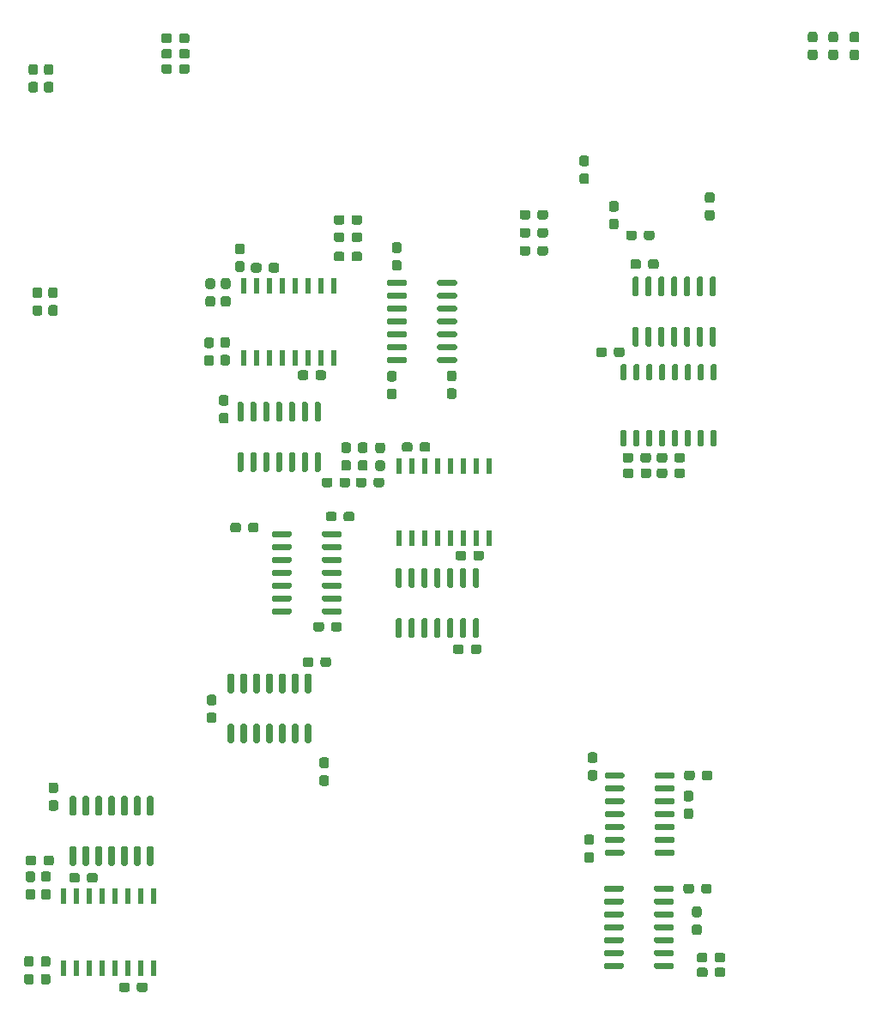
<source format=gbr>
G04 #@! TF.GenerationSoftware,KiCad,Pcbnew,(5.1.6)-1*
G04 #@! TF.CreationDate,2020-05-27T17:47:10+02:00*
G04 #@! TF.ProjectId,lightcontroll,6c696768-7463-46f6-9e74-726f6c6c2e6b,rev?*
G04 #@! TF.SameCoordinates,Original*
G04 #@! TF.FileFunction,Paste,Top*
G04 #@! TF.FilePolarity,Positive*
%FSLAX46Y46*%
G04 Gerber Fmt 4.6, Leading zero omitted, Abs format (unit mm)*
G04 Created by KiCad (PCBNEW (5.1.6)-1) date 2020-05-27 17:47:10*
%MOMM*%
%LPD*%
G01*
G04 APERTURE LIST*
%ADD10R,0.600000X1.500000*%
G04 APERTURE END LIST*
G36*
G01*
X23638500Y-20430000D02*
X24113500Y-20430000D01*
G75*
G02*
X24351000Y-20667500I0J-237500D01*
G01*
X24351000Y-21242500D01*
G75*
G02*
X24113500Y-21480000I-237500J0D01*
G01*
X23638500Y-21480000D01*
G75*
G02*
X23401000Y-21242500I0J237500D01*
G01*
X23401000Y-20667500D01*
G75*
G02*
X23638500Y-20430000I237500J0D01*
G01*
G37*
G36*
G01*
X23638500Y-18680000D02*
X24113500Y-18680000D01*
G75*
G02*
X24351000Y-18917500I0J-237500D01*
G01*
X24351000Y-19492500D01*
G75*
G02*
X24113500Y-19730000I-237500J0D01*
G01*
X23638500Y-19730000D01*
G75*
G02*
X23401000Y-19492500I0J237500D01*
G01*
X23401000Y-18917500D01*
G75*
G02*
X23638500Y-18680000I237500J0D01*
G01*
G37*
G36*
G01*
X24044900Y-42451800D02*
X24519900Y-42451800D01*
G75*
G02*
X24757400Y-42689300I0J-237500D01*
G01*
X24757400Y-43264300D01*
G75*
G02*
X24519900Y-43501800I-237500J0D01*
G01*
X24044900Y-43501800D01*
G75*
G02*
X23807400Y-43264300I0J237500D01*
G01*
X23807400Y-42689300D01*
G75*
G02*
X24044900Y-42451800I237500J0D01*
G01*
G37*
G36*
G01*
X24044900Y-40701800D02*
X24519900Y-40701800D01*
G75*
G02*
X24757400Y-40939300I0J-237500D01*
G01*
X24757400Y-41514300D01*
G75*
G02*
X24519900Y-41751800I-237500J0D01*
G01*
X24044900Y-41751800D01*
G75*
G02*
X23807400Y-41514300I0J237500D01*
G01*
X23807400Y-40939300D01*
G75*
G02*
X24044900Y-40701800I237500J0D01*
G01*
G37*
G36*
G01*
X26069300Y-41749200D02*
X25594300Y-41749200D01*
G75*
G02*
X25356800Y-41511700I0J237500D01*
G01*
X25356800Y-40936700D01*
G75*
G02*
X25594300Y-40699200I237500J0D01*
G01*
X26069300Y-40699200D01*
G75*
G02*
X26306800Y-40936700I0J-237500D01*
G01*
X26306800Y-41511700D01*
G75*
G02*
X26069300Y-41749200I-237500J0D01*
G01*
G37*
G36*
G01*
X26069300Y-43499200D02*
X25594300Y-43499200D01*
G75*
G02*
X25356800Y-43261700I0J237500D01*
G01*
X25356800Y-42686700D01*
G75*
G02*
X25594300Y-42449200I237500J0D01*
G01*
X26069300Y-42449200D01*
G75*
G02*
X26306800Y-42686700I0J-237500D01*
G01*
X26306800Y-43261700D01*
G75*
G02*
X26069300Y-43499200I-237500J0D01*
G01*
G37*
G36*
G01*
X25162500Y-20430000D02*
X25637500Y-20430000D01*
G75*
G02*
X25875000Y-20667500I0J-237500D01*
G01*
X25875000Y-21242500D01*
G75*
G02*
X25637500Y-21480000I-237500J0D01*
G01*
X25162500Y-21480000D01*
G75*
G02*
X24925000Y-21242500I0J237500D01*
G01*
X24925000Y-20667500D01*
G75*
G02*
X25162500Y-20430000I237500J0D01*
G01*
G37*
G36*
G01*
X25162500Y-18680000D02*
X25637500Y-18680000D01*
G75*
G02*
X25875000Y-18917500I0J-237500D01*
G01*
X25875000Y-19492500D01*
G75*
G02*
X25637500Y-19730000I-237500J0D01*
G01*
X25162500Y-19730000D01*
G75*
G02*
X24925000Y-19492500I0J237500D01*
G01*
X24925000Y-18917500D01*
G75*
G02*
X25162500Y-18680000I237500J0D01*
G01*
G37*
G36*
G01*
X27937600Y-92810200D02*
X27637600Y-92810200D01*
G75*
G02*
X27487600Y-92660200I0J150000D01*
G01*
X27487600Y-91010200D01*
G75*
G02*
X27637600Y-90860200I150000J0D01*
G01*
X27937600Y-90860200D01*
G75*
G02*
X28087600Y-91010200I0J-150000D01*
G01*
X28087600Y-92660200D01*
G75*
G02*
X27937600Y-92810200I-150000J0D01*
G01*
G37*
G36*
G01*
X29207600Y-92810200D02*
X28907600Y-92810200D01*
G75*
G02*
X28757600Y-92660200I0J150000D01*
G01*
X28757600Y-91010200D01*
G75*
G02*
X28907600Y-90860200I150000J0D01*
G01*
X29207600Y-90860200D01*
G75*
G02*
X29357600Y-91010200I0J-150000D01*
G01*
X29357600Y-92660200D01*
G75*
G02*
X29207600Y-92810200I-150000J0D01*
G01*
G37*
G36*
G01*
X30477600Y-92810200D02*
X30177600Y-92810200D01*
G75*
G02*
X30027600Y-92660200I0J150000D01*
G01*
X30027600Y-91010200D01*
G75*
G02*
X30177600Y-90860200I150000J0D01*
G01*
X30477600Y-90860200D01*
G75*
G02*
X30627600Y-91010200I0J-150000D01*
G01*
X30627600Y-92660200D01*
G75*
G02*
X30477600Y-92810200I-150000J0D01*
G01*
G37*
G36*
G01*
X31747600Y-92810200D02*
X31447600Y-92810200D01*
G75*
G02*
X31297600Y-92660200I0J150000D01*
G01*
X31297600Y-91010200D01*
G75*
G02*
X31447600Y-90860200I150000J0D01*
G01*
X31747600Y-90860200D01*
G75*
G02*
X31897600Y-91010200I0J-150000D01*
G01*
X31897600Y-92660200D01*
G75*
G02*
X31747600Y-92810200I-150000J0D01*
G01*
G37*
G36*
G01*
X33017600Y-92810200D02*
X32717600Y-92810200D01*
G75*
G02*
X32567600Y-92660200I0J150000D01*
G01*
X32567600Y-91010200D01*
G75*
G02*
X32717600Y-90860200I150000J0D01*
G01*
X33017600Y-90860200D01*
G75*
G02*
X33167600Y-91010200I0J-150000D01*
G01*
X33167600Y-92660200D01*
G75*
G02*
X33017600Y-92810200I-150000J0D01*
G01*
G37*
G36*
G01*
X34287600Y-92810200D02*
X33987600Y-92810200D01*
G75*
G02*
X33837600Y-92660200I0J150000D01*
G01*
X33837600Y-91010200D01*
G75*
G02*
X33987600Y-90860200I150000J0D01*
G01*
X34287600Y-90860200D01*
G75*
G02*
X34437600Y-91010200I0J-150000D01*
G01*
X34437600Y-92660200D01*
G75*
G02*
X34287600Y-92810200I-150000J0D01*
G01*
G37*
G36*
G01*
X35557600Y-92810200D02*
X35257600Y-92810200D01*
G75*
G02*
X35107600Y-92660200I0J150000D01*
G01*
X35107600Y-91010200D01*
G75*
G02*
X35257600Y-90860200I150000J0D01*
G01*
X35557600Y-90860200D01*
G75*
G02*
X35707600Y-91010200I0J-150000D01*
G01*
X35707600Y-92660200D01*
G75*
G02*
X35557600Y-92810200I-150000J0D01*
G01*
G37*
G36*
G01*
X35557600Y-97760200D02*
X35257600Y-97760200D01*
G75*
G02*
X35107600Y-97610200I0J150000D01*
G01*
X35107600Y-95960200D01*
G75*
G02*
X35257600Y-95810200I150000J0D01*
G01*
X35557600Y-95810200D01*
G75*
G02*
X35707600Y-95960200I0J-150000D01*
G01*
X35707600Y-97610200D01*
G75*
G02*
X35557600Y-97760200I-150000J0D01*
G01*
G37*
G36*
G01*
X34287600Y-97760200D02*
X33987600Y-97760200D01*
G75*
G02*
X33837600Y-97610200I0J150000D01*
G01*
X33837600Y-95960200D01*
G75*
G02*
X33987600Y-95810200I150000J0D01*
G01*
X34287600Y-95810200D01*
G75*
G02*
X34437600Y-95960200I0J-150000D01*
G01*
X34437600Y-97610200D01*
G75*
G02*
X34287600Y-97760200I-150000J0D01*
G01*
G37*
G36*
G01*
X33017600Y-97760200D02*
X32717600Y-97760200D01*
G75*
G02*
X32567600Y-97610200I0J150000D01*
G01*
X32567600Y-95960200D01*
G75*
G02*
X32717600Y-95810200I150000J0D01*
G01*
X33017600Y-95810200D01*
G75*
G02*
X33167600Y-95960200I0J-150000D01*
G01*
X33167600Y-97610200D01*
G75*
G02*
X33017600Y-97760200I-150000J0D01*
G01*
G37*
G36*
G01*
X31747600Y-97760200D02*
X31447600Y-97760200D01*
G75*
G02*
X31297600Y-97610200I0J150000D01*
G01*
X31297600Y-95960200D01*
G75*
G02*
X31447600Y-95810200I150000J0D01*
G01*
X31747600Y-95810200D01*
G75*
G02*
X31897600Y-95960200I0J-150000D01*
G01*
X31897600Y-97610200D01*
G75*
G02*
X31747600Y-97760200I-150000J0D01*
G01*
G37*
G36*
G01*
X30477600Y-97760200D02*
X30177600Y-97760200D01*
G75*
G02*
X30027600Y-97610200I0J150000D01*
G01*
X30027600Y-95960200D01*
G75*
G02*
X30177600Y-95810200I150000J0D01*
G01*
X30477600Y-95810200D01*
G75*
G02*
X30627600Y-95960200I0J-150000D01*
G01*
X30627600Y-97610200D01*
G75*
G02*
X30477600Y-97760200I-150000J0D01*
G01*
G37*
G36*
G01*
X29207600Y-97760200D02*
X28907600Y-97760200D01*
G75*
G02*
X28757600Y-97610200I0J150000D01*
G01*
X28757600Y-95960200D01*
G75*
G02*
X28907600Y-95810200I150000J0D01*
G01*
X29207600Y-95810200D01*
G75*
G02*
X29357600Y-95960200I0J-150000D01*
G01*
X29357600Y-97610200D01*
G75*
G02*
X29207600Y-97760200I-150000J0D01*
G01*
G37*
G36*
G01*
X27937600Y-97760200D02*
X27637600Y-97760200D01*
G75*
G02*
X27487600Y-97610200I0J150000D01*
G01*
X27487600Y-95960200D01*
G75*
G02*
X27637600Y-95810200I150000J0D01*
G01*
X27937600Y-95810200D01*
G75*
G02*
X28087600Y-95960200I0J-150000D01*
G01*
X28087600Y-97610200D01*
G75*
G02*
X27937600Y-97760200I-150000J0D01*
G01*
G37*
G36*
G01*
X85129500Y-100162500D02*
X85129500Y-99862500D01*
G75*
G02*
X85279500Y-99712500I150000J0D01*
G01*
X86929500Y-99712500D01*
G75*
G02*
X87079500Y-99862500I0J-150000D01*
G01*
X87079500Y-100162500D01*
G75*
G02*
X86929500Y-100312500I-150000J0D01*
G01*
X85279500Y-100312500D01*
G75*
G02*
X85129500Y-100162500I0J150000D01*
G01*
G37*
G36*
G01*
X85129500Y-101432500D02*
X85129500Y-101132500D01*
G75*
G02*
X85279500Y-100982500I150000J0D01*
G01*
X86929500Y-100982500D01*
G75*
G02*
X87079500Y-101132500I0J-150000D01*
G01*
X87079500Y-101432500D01*
G75*
G02*
X86929500Y-101582500I-150000J0D01*
G01*
X85279500Y-101582500D01*
G75*
G02*
X85129500Y-101432500I0J150000D01*
G01*
G37*
G36*
G01*
X85129500Y-102702500D02*
X85129500Y-102402500D01*
G75*
G02*
X85279500Y-102252500I150000J0D01*
G01*
X86929500Y-102252500D01*
G75*
G02*
X87079500Y-102402500I0J-150000D01*
G01*
X87079500Y-102702500D01*
G75*
G02*
X86929500Y-102852500I-150000J0D01*
G01*
X85279500Y-102852500D01*
G75*
G02*
X85129500Y-102702500I0J150000D01*
G01*
G37*
G36*
G01*
X85129500Y-103972500D02*
X85129500Y-103672500D01*
G75*
G02*
X85279500Y-103522500I150000J0D01*
G01*
X86929500Y-103522500D01*
G75*
G02*
X87079500Y-103672500I0J-150000D01*
G01*
X87079500Y-103972500D01*
G75*
G02*
X86929500Y-104122500I-150000J0D01*
G01*
X85279500Y-104122500D01*
G75*
G02*
X85129500Y-103972500I0J150000D01*
G01*
G37*
G36*
G01*
X85129500Y-105242500D02*
X85129500Y-104942500D01*
G75*
G02*
X85279500Y-104792500I150000J0D01*
G01*
X86929500Y-104792500D01*
G75*
G02*
X87079500Y-104942500I0J-150000D01*
G01*
X87079500Y-105242500D01*
G75*
G02*
X86929500Y-105392500I-150000J0D01*
G01*
X85279500Y-105392500D01*
G75*
G02*
X85129500Y-105242500I0J150000D01*
G01*
G37*
G36*
G01*
X85129500Y-106512500D02*
X85129500Y-106212500D01*
G75*
G02*
X85279500Y-106062500I150000J0D01*
G01*
X86929500Y-106062500D01*
G75*
G02*
X87079500Y-106212500I0J-150000D01*
G01*
X87079500Y-106512500D01*
G75*
G02*
X86929500Y-106662500I-150000J0D01*
G01*
X85279500Y-106662500D01*
G75*
G02*
X85129500Y-106512500I0J150000D01*
G01*
G37*
G36*
G01*
X85129500Y-107782500D02*
X85129500Y-107482500D01*
G75*
G02*
X85279500Y-107332500I150000J0D01*
G01*
X86929500Y-107332500D01*
G75*
G02*
X87079500Y-107482500I0J-150000D01*
G01*
X87079500Y-107782500D01*
G75*
G02*
X86929500Y-107932500I-150000J0D01*
G01*
X85279500Y-107932500D01*
G75*
G02*
X85129500Y-107782500I0J150000D01*
G01*
G37*
G36*
G01*
X80179500Y-107782500D02*
X80179500Y-107482500D01*
G75*
G02*
X80329500Y-107332500I150000J0D01*
G01*
X81979500Y-107332500D01*
G75*
G02*
X82129500Y-107482500I0J-150000D01*
G01*
X82129500Y-107782500D01*
G75*
G02*
X81979500Y-107932500I-150000J0D01*
G01*
X80329500Y-107932500D01*
G75*
G02*
X80179500Y-107782500I0J150000D01*
G01*
G37*
G36*
G01*
X80179500Y-106512500D02*
X80179500Y-106212500D01*
G75*
G02*
X80329500Y-106062500I150000J0D01*
G01*
X81979500Y-106062500D01*
G75*
G02*
X82129500Y-106212500I0J-150000D01*
G01*
X82129500Y-106512500D01*
G75*
G02*
X81979500Y-106662500I-150000J0D01*
G01*
X80329500Y-106662500D01*
G75*
G02*
X80179500Y-106512500I0J150000D01*
G01*
G37*
G36*
G01*
X80179500Y-105242500D02*
X80179500Y-104942500D01*
G75*
G02*
X80329500Y-104792500I150000J0D01*
G01*
X81979500Y-104792500D01*
G75*
G02*
X82129500Y-104942500I0J-150000D01*
G01*
X82129500Y-105242500D01*
G75*
G02*
X81979500Y-105392500I-150000J0D01*
G01*
X80329500Y-105392500D01*
G75*
G02*
X80179500Y-105242500I0J150000D01*
G01*
G37*
G36*
G01*
X80179500Y-103972500D02*
X80179500Y-103672500D01*
G75*
G02*
X80329500Y-103522500I150000J0D01*
G01*
X81979500Y-103522500D01*
G75*
G02*
X82129500Y-103672500I0J-150000D01*
G01*
X82129500Y-103972500D01*
G75*
G02*
X81979500Y-104122500I-150000J0D01*
G01*
X80329500Y-104122500D01*
G75*
G02*
X80179500Y-103972500I0J150000D01*
G01*
G37*
G36*
G01*
X80179500Y-102702500D02*
X80179500Y-102402500D01*
G75*
G02*
X80329500Y-102252500I150000J0D01*
G01*
X81979500Y-102252500D01*
G75*
G02*
X82129500Y-102402500I0J-150000D01*
G01*
X82129500Y-102702500D01*
G75*
G02*
X81979500Y-102852500I-150000J0D01*
G01*
X80329500Y-102852500D01*
G75*
G02*
X80179500Y-102702500I0J150000D01*
G01*
G37*
G36*
G01*
X80179500Y-101432500D02*
X80179500Y-101132500D01*
G75*
G02*
X80329500Y-100982500I150000J0D01*
G01*
X81979500Y-100982500D01*
G75*
G02*
X82129500Y-101132500I0J-150000D01*
G01*
X82129500Y-101432500D01*
G75*
G02*
X81979500Y-101582500I-150000J0D01*
G01*
X80329500Y-101582500D01*
G75*
G02*
X80179500Y-101432500I0J150000D01*
G01*
G37*
G36*
G01*
X80179500Y-100162500D02*
X80179500Y-99862500D01*
G75*
G02*
X80329500Y-99712500I150000J0D01*
G01*
X81979500Y-99712500D01*
G75*
G02*
X82129500Y-99862500I0J-150000D01*
G01*
X82129500Y-100162500D01*
G75*
G02*
X81979500Y-100312500I-150000J0D01*
G01*
X80329500Y-100312500D01*
G75*
G02*
X80179500Y-100162500I0J150000D01*
G01*
G37*
G36*
G01*
X66339000Y-76153000D02*
X66339000Y-76628000D01*
G75*
G02*
X66101500Y-76865500I-237500J0D01*
G01*
X65526500Y-76865500D01*
G75*
G02*
X65289000Y-76628000I0J237500D01*
G01*
X65289000Y-76153000D01*
G75*
G02*
X65526500Y-75915500I237500J0D01*
G01*
X66101500Y-75915500D01*
G75*
G02*
X66339000Y-76153000I0J-237500D01*
G01*
G37*
G36*
G01*
X68089000Y-76153000D02*
X68089000Y-76628000D01*
G75*
G02*
X67851500Y-76865500I-237500J0D01*
G01*
X67276500Y-76865500D01*
G75*
G02*
X67039000Y-76628000I0J237500D01*
G01*
X67039000Y-76153000D01*
G75*
G02*
X67276500Y-75915500I237500J0D01*
G01*
X67851500Y-75915500D01*
G75*
G02*
X68089000Y-76153000I0J-237500D01*
G01*
G37*
D10*
X59944000Y-58299000D03*
X61214000Y-58299000D03*
X62484000Y-58299000D03*
X63754000Y-58299000D03*
X65024000Y-58299000D03*
X66294000Y-58299000D03*
X67564000Y-58299000D03*
X68834000Y-58299000D03*
X68834000Y-65399000D03*
X67564000Y-65399000D03*
X66294000Y-65399000D03*
X65024000Y-65399000D03*
X63754000Y-65399000D03*
X62484000Y-65399000D03*
X61214000Y-65399000D03*
X59944000Y-65399000D03*
G36*
G01*
X52363500Y-65174000D02*
X52363500Y-64874000D01*
G75*
G02*
X52513500Y-64724000I150000J0D01*
G01*
X54163500Y-64724000D01*
G75*
G02*
X54313500Y-64874000I0J-150000D01*
G01*
X54313500Y-65174000D01*
G75*
G02*
X54163500Y-65324000I-150000J0D01*
G01*
X52513500Y-65324000D01*
G75*
G02*
X52363500Y-65174000I0J150000D01*
G01*
G37*
G36*
G01*
X52363500Y-66444000D02*
X52363500Y-66144000D01*
G75*
G02*
X52513500Y-65994000I150000J0D01*
G01*
X54163500Y-65994000D01*
G75*
G02*
X54313500Y-66144000I0J-150000D01*
G01*
X54313500Y-66444000D01*
G75*
G02*
X54163500Y-66594000I-150000J0D01*
G01*
X52513500Y-66594000D01*
G75*
G02*
X52363500Y-66444000I0J150000D01*
G01*
G37*
G36*
G01*
X52363500Y-67714000D02*
X52363500Y-67414000D01*
G75*
G02*
X52513500Y-67264000I150000J0D01*
G01*
X54163500Y-67264000D01*
G75*
G02*
X54313500Y-67414000I0J-150000D01*
G01*
X54313500Y-67714000D01*
G75*
G02*
X54163500Y-67864000I-150000J0D01*
G01*
X52513500Y-67864000D01*
G75*
G02*
X52363500Y-67714000I0J150000D01*
G01*
G37*
G36*
G01*
X52363500Y-68984000D02*
X52363500Y-68684000D01*
G75*
G02*
X52513500Y-68534000I150000J0D01*
G01*
X54163500Y-68534000D01*
G75*
G02*
X54313500Y-68684000I0J-150000D01*
G01*
X54313500Y-68984000D01*
G75*
G02*
X54163500Y-69134000I-150000J0D01*
G01*
X52513500Y-69134000D01*
G75*
G02*
X52363500Y-68984000I0J150000D01*
G01*
G37*
G36*
G01*
X52363500Y-70254000D02*
X52363500Y-69954000D01*
G75*
G02*
X52513500Y-69804000I150000J0D01*
G01*
X54163500Y-69804000D01*
G75*
G02*
X54313500Y-69954000I0J-150000D01*
G01*
X54313500Y-70254000D01*
G75*
G02*
X54163500Y-70404000I-150000J0D01*
G01*
X52513500Y-70404000D01*
G75*
G02*
X52363500Y-70254000I0J150000D01*
G01*
G37*
G36*
G01*
X52363500Y-71524000D02*
X52363500Y-71224000D01*
G75*
G02*
X52513500Y-71074000I150000J0D01*
G01*
X54163500Y-71074000D01*
G75*
G02*
X54313500Y-71224000I0J-150000D01*
G01*
X54313500Y-71524000D01*
G75*
G02*
X54163500Y-71674000I-150000J0D01*
G01*
X52513500Y-71674000D01*
G75*
G02*
X52363500Y-71524000I0J150000D01*
G01*
G37*
G36*
G01*
X52363500Y-72794000D02*
X52363500Y-72494000D01*
G75*
G02*
X52513500Y-72344000I150000J0D01*
G01*
X54163500Y-72344000D01*
G75*
G02*
X54313500Y-72494000I0J-150000D01*
G01*
X54313500Y-72794000D01*
G75*
G02*
X54163500Y-72944000I-150000J0D01*
G01*
X52513500Y-72944000D01*
G75*
G02*
X52363500Y-72794000I0J150000D01*
G01*
G37*
G36*
G01*
X47413500Y-72794000D02*
X47413500Y-72494000D01*
G75*
G02*
X47563500Y-72344000I150000J0D01*
G01*
X49213500Y-72344000D01*
G75*
G02*
X49363500Y-72494000I0J-150000D01*
G01*
X49363500Y-72794000D01*
G75*
G02*
X49213500Y-72944000I-150000J0D01*
G01*
X47563500Y-72944000D01*
G75*
G02*
X47413500Y-72794000I0J150000D01*
G01*
G37*
G36*
G01*
X47413500Y-71524000D02*
X47413500Y-71224000D01*
G75*
G02*
X47563500Y-71074000I150000J0D01*
G01*
X49213500Y-71074000D01*
G75*
G02*
X49363500Y-71224000I0J-150000D01*
G01*
X49363500Y-71524000D01*
G75*
G02*
X49213500Y-71674000I-150000J0D01*
G01*
X47563500Y-71674000D01*
G75*
G02*
X47413500Y-71524000I0J150000D01*
G01*
G37*
G36*
G01*
X47413500Y-70254000D02*
X47413500Y-69954000D01*
G75*
G02*
X47563500Y-69804000I150000J0D01*
G01*
X49213500Y-69804000D01*
G75*
G02*
X49363500Y-69954000I0J-150000D01*
G01*
X49363500Y-70254000D01*
G75*
G02*
X49213500Y-70404000I-150000J0D01*
G01*
X47563500Y-70404000D01*
G75*
G02*
X47413500Y-70254000I0J150000D01*
G01*
G37*
G36*
G01*
X47413500Y-68984000D02*
X47413500Y-68684000D01*
G75*
G02*
X47563500Y-68534000I150000J0D01*
G01*
X49213500Y-68534000D01*
G75*
G02*
X49363500Y-68684000I0J-150000D01*
G01*
X49363500Y-68984000D01*
G75*
G02*
X49213500Y-69134000I-150000J0D01*
G01*
X47563500Y-69134000D01*
G75*
G02*
X47413500Y-68984000I0J150000D01*
G01*
G37*
G36*
G01*
X47413500Y-67714000D02*
X47413500Y-67414000D01*
G75*
G02*
X47563500Y-67264000I150000J0D01*
G01*
X49213500Y-67264000D01*
G75*
G02*
X49363500Y-67414000I0J-150000D01*
G01*
X49363500Y-67714000D01*
G75*
G02*
X49213500Y-67864000I-150000J0D01*
G01*
X47563500Y-67864000D01*
G75*
G02*
X47413500Y-67714000I0J150000D01*
G01*
G37*
G36*
G01*
X47413500Y-66444000D02*
X47413500Y-66144000D01*
G75*
G02*
X47563500Y-65994000I150000J0D01*
G01*
X49213500Y-65994000D01*
G75*
G02*
X49363500Y-66144000I0J-150000D01*
G01*
X49363500Y-66444000D01*
G75*
G02*
X49213500Y-66594000I-150000J0D01*
G01*
X47563500Y-66594000D01*
G75*
G02*
X47413500Y-66444000I0J150000D01*
G01*
G37*
G36*
G01*
X47413500Y-65174000D02*
X47413500Y-64874000D01*
G75*
G02*
X47563500Y-64724000I150000J0D01*
G01*
X49213500Y-64724000D01*
G75*
G02*
X49363500Y-64874000I0J-150000D01*
G01*
X49363500Y-65174000D01*
G75*
G02*
X49213500Y-65324000I-150000J0D01*
G01*
X47563500Y-65324000D01*
G75*
G02*
X47413500Y-65174000I0J150000D01*
G01*
G37*
G36*
G01*
X50840500Y-83734000D02*
X51140500Y-83734000D01*
G75*
G02*
X51290500Y-83884000I0J-150000D01*
G01*
X51290500Y-85534000D01*
G75*
G02*
X51140500Y-85684000I-150000J0D01*
G01*
X50840500Y-85684000D01*
G75*
G02*
X50690500Y-85534000I0J150000D01*
G01*
X50690500Y-83884000D01*
G75*
G02*
X50840500Y-83734000I150000J0D01*
G01*
G37*
G36*
G01*
X49570500Y-83734000D02*
X49870500Y-83734000D01*
G75*
G02*
X50020500Y-83884000I0J-150000D01*
G01*
X50020500Y-85534000D01*
G75*
G02*
X49870500Y-85684000I-150000J0D01*
G01*
X49570500Y-85684000D01*
G75*
G02*
X49420500Y-85534000I0J150000D01*
G01*
X49420500Y-83884000D01*
G75*
G02*
X49570500Y-83734000I150000J0D01*
G01*
G37*
G36*
G01*
X48300500Y-83734000D02*
X48600500Y-83734000D01*
G75*
G02*
X48750500Y-83884000I0J-150000D01*
G01*
X48750500Y-85534000D01*
G75*
G02*
X48600500Y-85684000I-150000J0D01*
G01*
X48300500Y-85684000D01*
G75*
G02*
X48150500Y-85534000I0J150000D01*
G01*
X48150500Y-83884000D01*
G75*
G02*
X48300500Y-83734000I150000J0D01*
G01*
G37*
G36*
G01*
X47030500Y-83734000D02*
X47330500Y-83734000D01*
G75*
G02*
X47480500Y-83884000I0J-150000D01*
G01*
X47480500Y-85534000D01*
G75*
G02*
X47330500Y-85684000I-150000J0D01*
G01*
X47030500Y-85684000D01*
G75*
G02*
X46880500Y-85534000I0J150000D01*
G01*
X46880500Y-83884000D01*
G75*
G02*
X47030500Y-83734000I150000J0D01*
G01*
G37*
G36*
G01*
X45760500Y-83734000D02*
X46060500Y-83734000D01*
G75*
G02*
X46210500Y-83884000I0J-150000D01*
G01*
X46210500Y-85534000D01*
G75*
G02*
X46060500Y-85684000I-150000J0D01*
G01*
X45760500Y-85684000D01*
G75*
G02*
X45610500Y-85534000I0J150000D01*
G01*
X45610500Y-83884000D01*
G75*
G02*
X45760500Y-83734000I150000J0D01*
G01*
G37*
G36*
G01*
X44490500Y-83734000D02*
X44790500Y-83734000D01*
G75*
G02*
X44940500Y-83884000I0J-150000D01*
G01*
X44940500Y-85534000D01*
G75*
G02*
X44790500Y-85684000I-150000J0D01*
G01*
X44490500Y-85684000D01*
G75*
G02*
X44340500Y-85534000I0J150000D01*
G01*
X44340500Y-83884000D01*
G75*
G02*
X44490500Y-83734000I150000J0D01*
G01*
G37*
G36*
G01*
X43220500Y-83734000D02*
X43520500Y-83734000D01*
G75*
G02*
X43670500Y-83884000I0J-150000D01*
G01*
X43670500Y-85534000D01*
G75*
G02*
X43520500Y-85684000I-150000J0D01*
G01*
X43220500Y-85684000D01*
G75*
G02*
X43070500Y-85534000I0J150000D01*
G01*
X43070500Y-83884000D01*
G75*
G02*
X43220500Y-83734000I150000J0D01*
G01*
G37*
G36*
G01*
X43220500Y-78784000D02*
X43520500Y-78784000D01*
G75*
G02*
X43670500Y-78934000I0J-150000D01*
G01*
X43670500Y-80584000D01*
G75*
G02*
X43520500Y-80734000I-150000J0D01*
G01*
X43220500Y-80734000D01*
G75*
G02*
X43070500Y-80584000I0J150000D01*
G01*
X43070500Y-78934000D01*
G75*
G02*
X43220500Y-78784000I150000J0D01*
G01*
G37*
G36*
G01*
X44490500Y-78784000D02*
X44790500Y-78784000D01*
G75*
G02*
X44940500Y-78934000I0J-150000D01*
G01*
X44940500Y-80584000D01*
G75*
G02*
X44790500Y-80734000I-150000J0D01*
G01*
X44490500Y-80734000D01*
G75*
G02*
X44340500Y-80584000I0J150000D01*
G01*
X44340500Y-78934000D01*
G75*
G02*
X44490500Y-78784000I150000J0D01*
G01*
G37*
G36*
G01*
X45760500Y-78784000D02*
X46060500Y-78784000D01*
G75*
G02*
X46210500Y-78934000I0J-150000D01*
G01*
X46210500Y-80584000D01*
G75*
G02*
X46060500Y-80734000I-150000J0D01*
G01*
X45760500Y-80734000D01*
G75*
G02*
X45610500Y-80584000I0J150000D01*
G01*
X45610500Y-78934000D01*
G75*
G02*
X45760500Y-78784000I150000J0D01*
G01*
G37*
G36*
G01*
X47030500Y-78784000D02*
X47330500Y-78784000D01*
G75*
G02*
X47480500Y-78934000I0J-150000D01*
G01*
X47480500Y-80584000D01*
G75*
G02*
X47330500Y-80734000I-150000J0D01*
G01*
X47030500Y-80734000D01*
G75*
G02*
X46880500Y-80584000I0J150000D01*
G01*
X46880500Y-78934000D01*
G75*
G02*
X47030500Y-78784000I150000J0D01*
G01*
G37*
G36*
G01*
X48300500Y-78784000D02*
X48600500Y-78784000D01*
G75*
G02*
X48750500Y-78934000I0J-150000D01*
G01*
X48750500Y-80584000D01*
G75*
G02*
X48600500Y-80734000I-150000J0D01*
G01*
X48300500Y-80734000D01*
G75*
G02*
X48150500Y-80584000I0J150000D01*
G01*
X48150500Y-78934000D01*
G75*
G02*
X48300500Y-78784000I150000J0D01*
G01*
G37*
G36*
G01*
X49570500Y-78784000D02*
X49870500Y-78784000D01*
G75*
G02*
X50020500Y-78934000I0J-150000D01*
G01*
X50020500Y-80584000D01*
G75*
G02*
X49870500Y-80734000I-150000J0D01*
G01*
X49570500Y-80734000D01*
G75*
G02*
X49420500Y-80584000I0J150000D01*
G01*
X49420500Y-78934000D01*
G75*
G02*
X49570500Y-78784000I150000J0D01*
G01*
G37*
G36*
G01*
X50840500Y-78784000D02*
X51140500Y-78784000D01*
G75*
G02*
X51290500Y-78934000I0J-150000D01*
G01*
X51290500Y-80584000D01*
G75*
G02*
X51140500Y-80734000I-150000J0D01*
G01*
X50840500Y-80734000D01*
G75*
G02*
X50690500Y-80584000I0J150000D01*
G01*
X50690500Y-78934000D01*
G75*
G02*
X50840500Y-78784000I150000J0D01*
G01*
G37*
X26898600Y-100717000D03*
X28168600Y-100717000D03*
X29438600Y-100717000D03*
X30708600Y-100717000D03*
X31978600Y-100717000D03*
X33248600Y-100717000D03*
X34518600Y-100717000D03*
X35788600Y-100717000D03*
X35788600Y-107817000D03*
X34518600Y-107817000D03*
X33248600Y-107817000D03*
X31978600Y-107817000D03*
X30708600Y-107817000D03*
X29438600Y-107817000D03*
X28168600Y-107817000D03*
X26898600Y-107817000D03*
G36*
G01*
X67414000Y-73320000D02*
X67714000Y-73320000D01*
G75*
G02*
X67864000Y-73470000I0J-150000D01*
G01*
X67864000Y-75120000D01*
G75*
G02*
X67714000Y-75270000I-150000J0D01*
G01*
X67414000Y-75270000D01*
G75*
G02*
X67264000Y-75120000I0J150000D01*
G01*
X67264000Y-73470000D01*
G75*
G02*
X67414000Y-73320000I150000J0D01*
G01*
G37*
G36*
G01*
X66144000Y-73320000D02*
X66444000Y-73320000D01*
G75*
G02*
X66594000Y-73470000I0J-150000D01*
G01*
X66594000Y-75120000D01*
G75*
G02*
X66444000Y-75270000I-150000J0D01*
G01*
X66144000Y-75270000D01*
G75*
G02*
X65994000Y-75120000I0J150000D01*
G01*
X65994000Y-73470000D01*
G75*
G02*
X66144000Y-73320000I150000J0D01*
G01*
G37*
G36*
G01*
X64874000Y-73320000D02*
X65174000Y-73320000D01*
G75*
G02*
X65324000Y-73470000I0J-150000D01*
G01*
X65324000Y-75120000D01*
G75*
G02*
X65174000Y-75270000I-150000J0D01*
G01*
X64874000Y-75270000D01*
G75*
G02*
X64724000Y-75120000I0J150000D01*
G01*
X64724000Y-73470000D01*
G75*
G02*
X64874000Y-73320000I150000J0D01*
G01*
G37*
G36*
G01*
X63604000Y-73320000D02*
X63904000Y-73320000D01*
G75*
G02*
X64054000Y-73470000I0J-150000D01*
G01*
X64054000Y-75120000D01*
G75*
G02*
X63904000Y-75270000I-150000J0D01*
G01*
X63604000Y-75270000D01*
G75*
G02*
X63454000Y-75120000I0J150000D01*
G01*
X63454000Y-73470000D01*
G75*
G02*
X63604000Y-73320000I150000J0D01*
G01*
G37*
G36*
G01*
X62334000Y-73320000D02*
X62634000Y-73320000D01*
G75*
G02*
X62784000Y-73470000I0J-150000D01*
G01*
X62784000Y-75120000D01*
G75*
G02*
X62634000Y-75270000I-150000J0D01*
G01*
X62334000Y-75270000D01*
G75*
G02*
X62184000Y-75120000I0J150000D01*
G01*
X62184000Y-73470000D01*
G75*
G02*
X62334000Y-73320000I150000J0D01*
G01*
G37*
G36*
G01*
X61064000Y-73320000D02*
X61364000Y-73320000D01*
G75*
G02*
X61514000Y-73470000I0J-150000D01*
G01*
X61514000Y-75120000D01*
G75*
G02*
X61364000Y-75270000I-150000J0D01*
G01*
X61064000Y-75270000D01*
G75*
G02*
X60914000Y-75120000I0J150000D01*
G01*
X60914000Y-73470000D01*
G75*
G02*
X61064000Y-73320000I150000J0D01*
G01*
G37*
G36*
G01*
X59794000Y-73320000D02*
X60094000Y-73320000D01*
G75*
G02*
X60244000Y-73470000I0J-150000D01*
G01*
X60244000Y-75120000D01*
G75*
G02*
X60094000Y-75270000I-150000J0D01*
G01*
X59794000Y-75270000D01*
G75*
G02*
X59644000Y-75120000I0J150000D01*
G01*
X59644000Y-73470000D01*
G75*
G02*
X59794000Y-73320000I150000J0D01*
G01*
G37*
G36*
G01*
X59794000Y-68370000D02*
X60094000Y-68370000D01*
G75*
G02*
X60244000Y-68520000I0J-150000D01*
G01*
X60244000Y-70170000D01*
G75*
G02*
X60094000Y-70320000I-150000J0D01*
G01*
X59794000Y-70320000D01*
G75*
G02*
X59644000Y-70170000I0J150000D01*
G01*
X59644000Y-68520000D01*
G75*
G02*
X59794000Y-68370000I150000J0D01*
G01*
G37*
G36*
G01*
X61064000Y-68370000D02*
X61364000Y-68370000D01*
G75*
G02*
X61514000Y-68520000I0J-150000D01*
G01*
X61514000Y-70170000D01*
G75*
G02*
X61364000Y-70320000I-150000J0D01*
G01*
X61064000Y-70320000D01*
G75*
G02*
X60914000Y-70170000I0J150000D01*
G01*
X60914000Y-68520000D01*
G75*
G02*
X61064000Y-68370000I150000J0D01*
G01*
G37*
G36*
G01*
X62334000Y-68370000D02*
X62634000Y-68370000D01*
G75*
G02*
X62784000Y-68520000I0J-150000D01*
G01*
X62784000Y-70170000D01*
G75*
G02*
X62634000Y-70320000I-150000J0D01*
G01*
X62334000Y-70320000D01*
G75*
G02*
X62184000Y-70170000I0J150000D01*
G01*
X62184000Y-68520000D01*
G75*
G02*
X62334000Y-68370000I150000J0D01*
G01*
G37*
G36*
G01*
X63604000Y-68370000D02*
X63904000Y-68370000D01*
G75*
G02*
X64054000Y-68520000I0J-150000D01*
G01*
X64054000Y-70170000D01*
G75*
G02*
X63904000Y-70320000I-150000J0D01*
G01*
X63604000Y-70320000D01*
G75*
G02*
X63454000Y-70170000I0J150000D01*
G01*
X63454000Y-68520000D01*
G75*
G02*
X63604000Y-68370000I150000J0D01*
G01*
G37*
G36*
G01*
X64874000Y-68370000D02*
X65174000Y-68370000D01*
G75*
G02*
X65324000Y-68520000I0J-150000D01*
G01*
X65324000Y-70170000D01*
G75*
G02*
X65174000Y-70320000I-150000J0D01*
G01*
X64874000Y-70320000D01*
G75*
G02*
X64724000Y-70170000I0J150000D01*
G01*
X64724000Y-68520000D01*
G75*
G02*
X64874000Y-68370000I150000J0D01*
G01*
G37*
G36*
G01*
X66144000Y-68370000D02*
X66444000Y-68370000D01*
G75*
G02*
X66594000Y-68520000I0J-150000D01*
G01*
X66594000Y-70170000D01*
G75*
G02*
X66444000Y-70320000I-150000J0D01*
G01*
X66144000Y-70320000D01*
G75*
G02*
X65994000Y-70170000I0J150000D01*
G01*
X65994000Y-68520000D01*
G75*
G02*
X66144000Y-68370000I150000J0D01*
G01*
G37*
G36*
G01*
X67414000Y-68370000D02*
X67714000Y-68370000D01*
G75*
G02*
X67864000Y-68520000I0J-150000D01*
G01*
X67864000Y-70170000D01*
G75*
G02*
X67714000Y-70320000I-150000J0D01*
G01*
X67414000Y-70320000D01*
G75*
G02*
X67264000Y-70170000I0J150000D01*
G01*
X67264000Y-68520000D01*
G75*
G02*
X67414000Y-68370000I150000J0D01*
G01*
G37*
G36*
G01*
X82268200Y-49874000D02*
X81968200Y-49874000D01*
G75*
G02*
X81818200Y-49724000I0J150000D01*
G01*
X81818200Y-48424000D01*
G75*
G02*
X81968200Y-48274000I150000J0D01*
G01*
X82268200Y-48274000D01*
G75*
G02*
X82418200Y-48424000I0J-150000D01*
G01*
X82418200Y-49724000D01*
G75*
G02*
X82268200Y-49874000I-150000J0D01*
G01*
G37*
G36*
G01*
X83538200Y-49874000D02*
X83238200Y-49874000D01*
G75*
G02*
X83088200Y-49724000I0J150000D01*
G01*
X83088200Y-48424000D01*
G75*
G02*
X83238200Y-48274000I150000J0D01*
G01*
X83538200Y-48274000D01*
G75*
G02*
X83688200Y-48424000I0J-150000D01*
G01*
X83688200Y-49724000D01*
G75*
G02*
X83538200Y-49874000I-150000J0D01*
G01*
G37*
G36*
G01*
X84808200Y-49874000D02*
X84508200Y-49874000D01*
G75*
G02*
X84358200Y-49724000I0J150000D01*
G01*
X84358200Y-48424000D01*
G75*
G02*
X84508200Y-48274000I150000J0D01*
G01*
X84808200Y-48274000D01*
G75*
G02*
X84958200Y-48424000I0J-150000D01*
G01*
X84958200Y-49724000D01*
G75*
G02*
X84808200Y-49874000I-150000J0D01*
G01*
G37*
G36*
G01*
X86078200Y-49874000D02*
X85778200Y-49874000D01*
G75*
G02*
X85628200Y-49724000I0J150000D01*
G01*
X85628200Y-48424000D01*
G75*
G02*
X85778200Y-48274000I150000J0D01*
G01*
X86078200Y-48274000D01*
G75*
G02*
X86228200Y-48424000I0J-150000D01*
G01*
X86228200Y-49724000D01*
G75*
G02*
X86078200Y-49874000I-150000J0D01*
G01*
G37*
G36*
G01*
X87348200Y-49874000D02*
X87048200Y-49874000D01*
G75*
G02*
X86898200Y-49724000I0J150000D01*
G01*
X86898200Y-48424000D01*
G75*
G02*
X87048200Y-48274000I150000J0D01*
G01*
X87348200Y-48274000D01*
G75*
G02*
X87498200Y-48424000I0J-150000D01*
G01*
X87498200Y-49724000D01*
G75*
G02*
X87348200Y-49874000I-150000J0D01*
G01*
G37*
G36*
G01*
X88618200Y-49874000D02*
X88318200Y-49874000D01*
G75*
G02*
X88168200Y-49724000I0J150000D01*
G01*
X88168200Y-48424000D01*
G75*
G02*
X88318200Y-48274000I150000J0D01*
G01*
X88618200Y-48274000D01*
G75*
G02*
X88768200Y-48424000I0J-150000D01*
G01*
X88768200Y-49724000D01*
G75*
G02*
X88618200Y-49874000I-150000J0D01*
G01*
G37*
G36*
G01*
X89888200Y-49874000D02*
X89588200Y-49874000D01*
G75*
G02*
X89438200Y-49724000I0J150000D01*
G01*
X89438200Y-48424000D01*
G75*
G02*
X89588200Y-48274000I150000J0D01*
G01*
X89888200Y-48274000D01*
G75*
G02*
X90038200Y-48424000I0J-150000D01*
G01*
X90038200Y-49724000D01*
G75*
G02*
X89888200Y-49874000I-150000J0D01*
G01*
G37*
G36*
G01*
X91158200Y-49874000D02*
X90858200Y-49874000D01*
G75*
G02*
X90708200Y-49724000I0J150000D01*
G01*
X90708200Y-48424000D01*
G75*
G02*
X90858200Y-48274000I150000J0D01*
G01*
X91158200Y-48274000D01*
G75*
G02*
X91308200Y-48424000I0J-150000D01*
G01*
X91308200Y-49724000D01*
G75*
G02*
X91158200Y-49874000I-150000J0D01*
G01*
G37*
G36*
G01*
X91158200Y-56374000D02*
X90858200Y-56374000D01*
G75*
G02*
X90708200Y-56224000I0J150000D01*
G01*
X90708200Y-54924000D01*
G75*
G02*
X90858200Y-54774000I150000J0D01*
G01*
X91158200Y-54774000D01*
G75*
G02*
X91308200Y-54924000I0J-150000D01*
G01*
X91308200Y-56224000D01*
G75*
G02*
X91158200Y-56374000I-150000J0D01*
G01*
G37*
G36*
G01*
X89888200Y-56374000D02*
X89588200Y-56374000D01*
G75*
G02*
X89438200Y-56224000I0J150000D01*
G01*
X89438200Y-54924000D01*
G75*
G02*
X89588200Y-54774000I150000J0D01*
G01*
X89888200Y-54774000D01*
G75*
G02*
X90038200Y-54924000I0J-150000D01*
G01*
X90038200Y-56224000D01*
G75*
G02*
X89888200Y-56374000I-150000J0D01*
G01*
G37*
G36*
G01*
X88618200Y-56374000D02*
X88318200Y-56374000D01*
G75*
G02*
X88168200Y-56224000I0J150000D01*
G01*
X88168200Y-54924000D01*
G75*
G02*
X88318200Y-54774000I150000J0D01*
G01*
X88618200Y-54774000D01*
G75*
G02*
X88768200Y-54924000I0J-150000D01*
G01*
X88768200Y-56224000D01*
G75*
G02*
X88618200Y-56374000I-150000J0D01*
G01*
G37*
G36*
G01*
X87348200Y-56374000D02*
X87048200Y-56374000D01*
G75*
G02*
X86898200Y-56224000I0J150000D01*
G01*
X86898200Y-54924000D01*
G75*
G02*
X87048200Y-54774000I150000J0D01*
G01*
X87348200Y-54774000D01*
G75*
G02*
X87498200Y-54924000I0J-150000D01*
G01*
X87498200Y-56224000D01*
G75*
G02*
X87348200Y-56374000I-150000J0D01*
G01*
G37*
G36*
G01*
X86078200Y-56374000D02*
X85778200Y-56374000D01*
G75*
G02*
X85628200Y-56224000I0J150000D01*
G01*
X85628200Y-54924000D01*
G75*
G02*
X85778200Y-54774000I150000J0D01*
G01*
X86078200Y-54774000D01*
G75*
G02*
X86228200Y-54924000I0J-150000D01*
G01*
X86228200Y-56224000D01*
G75*
G02*
X86078200Y-56374000I-150000J0D01*
G01*
G37*
G36*
G01*
X84808200Y-56374000D02*
X84508200Y-56374000D01*
G75*
G02*
X84358200Y-56224000I0J150000D01*
G01*
X84358200Y-54924000D01*
G75*
G02*
X84508200Y-54774000I150000J0D01*
G01*
X84808200Y-54774000D01*
G75*
G02*
X84958200Y-54924000I0J-150000D01*
G01*
X84958200Y-56224000D01*
G75*
G02*
X84808200Y-56374000I-150000J0D01*
G01*
G37*
G36*
G01*
X83538200Y-56374000D02*
X83238200Y-56374000D01*
G75*
G02*
X83088200Y-56224000I0J150000D01*
G01*
X83088200Y-54924000D01*
G75*
G02*
X83238200Y-54774000I150000J0D01*
G01*
X83538200Y-54774000D01*
G75*
G02*
X83688200Y-54924000I0J-150000D01*
G01*
X83688200Y-56224000D01*
G75*
G02*
X83538200Y-56374000I-150000J0D01*
G01*
G37*
G36*
G01*
X82268200Y-56374000D02*
X81968200Y-56374000D01*
G75*
G02*
X81818200Y-56224000I0J150000D01*
G01*
X81818200Y-54924000D01*
G75*
G02*
X81968200Y-54774000I150000J0D01*
G01*
X82268200Y-54774000D01*
G75*
G02*
X82418200Y-54924000I0J-150000D01*
G01*
X82418200Y-56224000D01*
G75*
G02*
X82268200Y-56374000I-150000J0D01*
G01*
G37*
G36*
G01*
X60730000Y-47729000D02*
X60730000Y-48029000D01*
G75*
G02*
X60580000Y-48179000I-150000J0D01*
G01*
X58930000Y-48179000D01*
G75*
G02*
X58780000Y-48029000I0J150000D01*
G01*
X58780000Y-47729000D01*
G75*
G02*
X58930000Y-47579000I150000J0D01*
G01*
X60580000Y-47579000D01*
G75*
G02*
X60730000Y-47729000I0J-150000D01*
G01*
G37*
G36*
G01*
X60730000Y-46459000D02*
X60730000Y-46759000D01*
G75*
G02*
X60580000Y-46909000I-150000J0D01*
G01*
X58930000Y-46909000D01*
G75*
G02*
X58780000Y-46759000I0J150000D01*
G01*
X58780000Y-46459000D01*
G75*
G02*
X58930000Y-46309000I150000J0D01*
G01*
X60580000Y-46309000D01*
G75*
G02*
X60730000Y-46459000I0J-150000D01*
G01*
G37*
G36*
G01*
X60730000Y-45189000D02*
X60730000Y-45489000D01*
G75*
G02*
X60580000Y-45639000I-150000J0D01*
G01*
X58930000Y-45639000D01*
G75*
G02*
X58780000Y-45489000I0J150000D01*
G01*
X58780000Y-45189000D01*
G75*
G02*
X58930000Y-45039000I150000J0D01*
G01*
X60580000Y-45039000D01*
G75*
G02*
X60730000Y-45189000I0J-150000D01*
G01*
G37*
G36*
G01*
X60730000Y-43919000D02*
X60730000Y-44219000D01*
G75*
G02*
X60580000Y-44369000I-150000J0D01*
G01*
X58930000Y-44369000D01*
G75*
G02*
X58780000Y-44219000I0J150000D01*
G01*
X58780000Y-43919000D01*
G75*
G02*
X58930000Y-43769000I150000J0D01*
G01*
X60580000Y-43769000D01*
G75*
G02*
X60730000Y-43919000I0J-150000D01*
G01*
G37*
G36*
G01*
X60730000Y-42649000D02*
X60730000Y-42949000D01*
G75*
G02*
X60580000Y-43099000I-150000J0D01*
G01*
X58930000Y-43099000D01*
G75*
G02*
X58780000Y-42949000I0J150000D01*
G01*
X58780000Y-42649000D01*
G75*
G02*
X58930000Y-42499000I150000J0D01*
G01*
X60580000Y-42499000D01*
G75*
G02*
X60730000Y-42649000I0J-150000D01*
G01*
G37*
G36*
G01*
X60730000Y-41379000D02*
X60730000Y-41679000D01*
G75*
G02*
X60580000Y-41829000I-150000J0D01*
G01*
X58930000Y-41829000D01*
G75*
G02*
X58780000Y-41679000I0J150000D01*
G01*
X58780000Y-41379000D01*
G75*
G02*
X58930000Y-41229000I150000J0D01*
G01*
X60580000Y-41229000D01*
G75*
G02*
X60730000Y-41379000I0J-150000D01*
G01*
G37*
G36*
G01*
X60730000Y-40109000D02*
X60730000Y-40409000D01*
G75*
G02*
X60580000Y-40559000I-150000J0D01*
G01*
X58930000Y-40559000D01*
G75*
G02*
X58780000Y-40409000I0J150000D01*
G01*
X58780000Y-40109000D01*
G75*
G02*
X58930000Y-39959000I150000J0D01*
G01*
X60580000Y-39959000D01*
G75*
G02*
X60730000Y-40109000I0J-150000D01*
G01*
G37*
G36*
G01*
X65680000Y-40109000D02*
X65680000Y-40409000D01*
G75*
G02*
X65530000Y-40559000I-150000J0D01*
G01*
X63880000Y-40559000D01*
G75*
G02*
X63730000Y-40409000I0J150000D01*
G01*
X63730000Y-40109000D01*
G75*
G02*
X63880000Y-39959000I150000J0D01*
G01*
X65530000Y-39959000D01*
G75*
G02*
X65680000Y-40109000I0J-150000D01*
G01*
G37*
G36*
G01*
X65680000Y-41379000D02*
X65680000Y-41679000D01*
G75*
G02*
X65530000Y-41829000I-150000J0D01*
G01*
X63880000Y-41829000D01*
G75*
G02*
X63730000Y-41679000I0J150000D01*
G01*
X63730000Y-41379000D01*
G75*
G02*
X63880000Y-41229000I150000J0D01*
G01*
X65530000Y-41229000D01*
G75*
G02*
X65680000Y-41379000I0J-150000D01*
G01*
G37*
G36*
G01*
X65680000Y-42649000D02*
X65680000Y-42949000D01*
G75*
G02*
X65530000Y-43099000I-150000J0D01*
G01*
X63880000Y-43099000D01*
G75*
G02*
X63730000Y-42949000I0J150000D01*
G01*
X63730000Y-42649000D01*
G75*
G02*
X63880000Y-42499000I150000J0D01*
G01*
X65530000Y-42499000D01*
G75*
G02*
X65680000Y-42649000I0J-150000D01*
G01*
G37*
G36*
G01*
X65680000Y-43919000D02*
X65680000Y-44219000D01*
G75*
G02*
X65530000Y-44369000I-150000J0D01*
G01*
X63880000Y-44369000D01*
G75*
G02*
X63730000Y-44219000I0J150000D01*
G01*
X63730000Y-43919000D01*
G75*
G02*
X63880000Y-43769000I150000J0D01*
G01*
X65530000Y-43769000D01*
G75*
G02*
X65680000Y-43919000I0J-150000D01*
G01*
G37*
G36*
G01*
X65680000Y-45189000D02*
X65680000Y-45489000D01*
G75*
G02*
X65530000Y-45639000I-150000J0D01*
G01*
X63880000Y-45639000D01*
G75*
G02*
X63730000Y-45489000I0J150000D01*
G01*
X63730000Y-45189000D01*
G75*
G02*
X63880000Y-45039000I150000J0D01*
G01*
X65530000Y-45039000D01*
G75*
G02*
X65680000Y-45189000I0J-150000D01*
G01*
G37*
G36*
G01*
X65680000Y-46459000D02*
X65680000Y-46759000D01*
G75*
G02*
X65530000Y-46909000I-150000J0D01*
G01*
X63880000Y-46909000D01*
G75*
G02*
X63730000Y-46759000I0J150000D01*
G01*
X63730000Y-46459000D01*
G75*
G02*
X63880000Y-46309000I150000J0D01*
G01*
X65530000Y-46309000D01*
G75*
G02*
X65680000Y-46459000I0J-150000D01*
G01*
G37*
G36*
G01*
X65680000Y-47729000D02*
X65680000Y-48029000D01*
G75*
G02*
X65530000Y-48179000I-150000J0D01*
G01*
X63880000Y-48179000D01*
G75*
G02*
X63730000Y-48029000I0J150000D01*
G01*
X63730000Y-47729000D01*
G75*
G02*
X63880000Y-47579000I150000J0D01*
G01*
X65530000Y-47579000D01*
G75*
G02*
X65680000Y-47729000I0J-150000D01*
G01*
G37*
G36*
G01*
X44473000Y-53935500D02*
X44173000Y-53935500D01*
G75*
G02*
X44023000Y-53785500I0J150000D01*
G01*
X44023000Y-52135500D01*
G75*
G02*
X44173000Y-51985500I150000J0D01*
G01*
X44473000Y-51985500D01*
G75*
G02*
X44623000Y-52135500I0J-150000D01*
G01*
X44623000Y-53785500D01*
G75*
G02*
X44473000Y-53935500I-150000J0D01*
G01*
G37*
G36*
G01*
X45743000Y-53935500D02*
X45443000Y-53935500D01*
G75*
G02*
X45293000Y-53785500I0J150000D01*
G01*
X45293000Y-52135500D01*
G75*
G02*
X45443000Y-51985500I150000J0D01*
G01*
X45743000Y-51985500D01*
G75*
G02*
X45893000Y-52135500I0J-150000D01*
G01*
X45893000Y-53785500D01*
G75*
G02*
X45743000Y-53935500I-150000J0D01*
G01*
G37*
G36*
G01*
X47013000Y-53935500D02*
X46713000Y-53935500D01*
G75*
G02*
X46563000Y-53785500I0J150000D01*
G01*
X46563000Y-52135500D01*
G75*
G02*
X46713000Y-51985500I150000J0D01*
G01*
X47013000Y-51985500D01*
G75*
G02*
X47163000Y-52135500I0J-150000D01*
G01*
X47163000Y-53785500D01*
G75*
G02*
X47013000Y-53935500I-150000J0D01*
G01*
G37*
G36*
G01*
X48283000Y-53935500D02*
X47983000Y-53935500D01*
G75*
G02*
X47833000Y-53785500I0J150000D01*
G01*
X47833000Y-52135500D01*
G75*
G02*
X47983000Y-51985500I150000J0D01*
G01*
X48283000Y-51985500D01*
G75*
G02*
X48433000Y-52135500I0J-150000D01*
G01*
X48433000Y-53785500D01*
G75*
G02*
X48283000Y-53935500I-150000J0D01*
G01*
G37*
G36*
G01*
X49553000Y-53935500D02*
X49253000Y-53935500D01*
G75*
G02*
X49103000Y-53785500I0J150000D01*
G01*
X49103000Y-52135500D01*
G75*
G02*
X49253000Y-51985500I150000J0D01*
G01*
X49553000Y-51985500D01*
G75*
G02*
X49703000Y-52135500I0J-150000D01*
G01*
X49703000Y-53785500D01*
G75*
G02*
X49553000Y-53935500I-150000J0D01*
G01*
G37*
G36*
G01*
X50823000Y-53935500D02*
X50523000Y-53935500D01*
G75*
G02*
X50373000Y-53785500I0J150000D01*
G01*
X50373000Y-52135500D01*
G75*
G02*
X50523000Y-51985500I150000J0D01*
G01*
X50823000Y-51985500D01*
G75*
G02*
X50973000Y-52135500I0J-150000D01*
G01*
X50973000Y-53785500D01*
G75*
G02*
X50823000Y-53935500I-150000J0D01*
G01*
G37*
G36*
G01*
X52093000Y-53935500D02*
X51793000Y-53935500D01*
G75*
G02*
X51643000Y-53785500I0J150000D01*
G01*
X51643000Y-52135500D01*
G75*
G02*
X51793000Y-51985500I150000J0D01*
G01*
X52093000Y-51985500D01*
G75*
G02*
X52243000Y-52135500I0J-150000D01*
G01*
X52243000Y-53785500D01*
G75*
G02*
X52093000Y-53935500I-150000J0D01*
G01*
G37*
G36*
G01*
X52093000Y-58885500D02*
X51793000Y-58885500D01*
G75*
G02*
X51643000Y-58735500I0J150000D01*
G01*
X51643000Y-57085500D01*
G75*
G02*
X51793000Y-56935500I150000J0D01*
G01*
X52093000Y-56935500D01*
G75*
G02*
X52243000Y-57085500I0J-150000D01*
G01*
X52243000Y-58735500D01*
G75*
G02*
X52093000Y-58885500I-150000J0D01*
G01*
G37*
G36*
G01*
X50823000Y-58885500D02*
X50523000Y-58885500D01*
G75*
G02*
X50373000Y-58735500I0J150000D01*
G01*
X50373000Y-57085500D01*
G75*
G02*
X50523000Y-56935500I150000J0D01*
G01*
X50823000Y-56935500D01*
G75*
G02*
X50973000Y-57085500I0J-150000D01*
G01*
X50973000Y-58735500D01*
G75*
G02*
X50823000Y-58885500I-150000J0D01*
G01*
G37*
G36*
G01*
X49553000Y-58885500D02*
X49253000Y-58885500D01*
G75*
G02*
X49103000Y-58735500I0J150000D01*
G01*
X49103000Y-57085500D01*
G75*
G02*
X49253000Y-56935500I150000J0D01*
G01*
X49553000Y-56935500D01*
G75*
G02*
X49703000Y-57085500I0J-150000D01*
G01*
X49703000Y-58735500D01*
G75*
G02*
X49553000Y-58885500I-150000J0D01*
G01*
G37*
G36*
G01*
X48283000Y-58885500D02*
X47983000Y-58885500D01*
G75*
G02*
X47833000Y-58735500I0J150000D01*
G01*
X47833000Y-57085500D01*
G75*
G02*
X47983000Y-56935500I150000J0D01*
G01*
X48283000Y-56935500D01*
G75*
G02*
X48433000Y-57085500I0J-150000D01*
G01*
X48433000Y-58735500D01*
G75*
G02*
X48283000Y-58885500I-150000J0D01*
G01*
G37*
G36*
G01*
X47013000Y-58885500D02*
X46713000Y-58885500D01*
G75*
G02*
X46563000Y-58735500I0J150000D01*
G01*
X46563000Y-57085500D01*
G75*
G02*
X46713000Y-56935500I150000J0D01*
G01*
X47013000Y-56935500D01*
G75*
G02*
X47163000Y-57085500I0J-150000D01*
G01*
X47163000Y-58735500D01*
G75*
G02*
X47013000Y-58885500I-150000J0D01*
G01*
G37*
G36*
G01*
X45743000Y-58885500D02*
X45443000Y-58885500D01*
G75*
G02*
X45293000Y-58735500I0J150000D01*
G01*
X45293000Y-57085500D01*
G75*
G02*
X45443000Y-56935500I150000J0D01*
G01*
X45743000Y-56935500D01*
G75*
G02*
X45893000Y-57085500I0J-150000D01*
G01*
X45893000Y-58735500D01*
G75*
G02*
X45743000Y-58885500I-150000J0D01*
G01*
G37*
G36*
G01*
X44473000Y-58885500D02*
X44173000Y-58885500D01*
G75*
G02*
X44023000Y-58735500I0J150000D01*
G01*
X44023000Y-57085500D01*
G75*
G02*
X44173000Y-56935500I150000J0D01*
G01*
X44473000Y-56935500D01*
G75*
G02*
X44623000Y-57085500I0J-150000D01*
G01*
X44623000Y-58735500D01*
G75*
G02*
X44473000Y-58885500I-150000J0D01*
G01*
G37*
X44640500Y-40519000D03*
X45910500Y-40519000D03*
X47180500Y-40519000D03*
X48450500Y-40519000D03*
X49720500Y-40519000D03*
X50990500Y-40519000D03*
X52260500Y-40519000D03*
X53530500Y-40519000D03*
X53530500Y-47619000D03*
X52260500Y-47619000D03*
X50990500Y-47619000D03*
X49720500Y-47619000D03*
X48450500Y-47619000D03*
X47180500Y-47619000D03*
X45910500Y-47619000D03*
X44640500Y-47619000D03*
G36*
G01*
X85193000Y-88986500D02*
X85193000Y-88686500D01*
G75*
G02*
X85343000Y-88536500I150000J0D01*
G01*
X86993000Y-88536500D01*
G75*
G02*
X87143000Y-88686500I0J-150000D01*
G01*
X87143000Y-88986500D01*
G75*
G02*
X86993000Y-89136500I-150000J0D01*
G01*
X85343000Y-89136500D01*
G75*
G02*
X85193000Y-88986500I0J150000D01*
G01*
G37*
G36*
G01*
X85193000Y-90256500D02*
X85193000Y-89956500D01*
G75*
G02*
X85343000Y-89806500I150000J0D01*
G01*
X86993000Y-89806500D01*
G75*
G02*
X87143000Y-89956500I0J-150000D01*
G01*
X87143000Y-90256500D01*
G75*
G02*
X86993000Y-90406500I-150000J0D01*
G01*
X85343000Y-90406500D01*
G75*
G02*
X85193000Y-90256500I0J150000D01*
G01*
G37*
G36*
G01*
X85193000Y-91526500D02*
X85193000Y-91226500D01*
G75*
G02*
X85343000Y-91076500I150000J0D01*
G01*
X86993000Y-91076500D01*
G75*
G02*
X87143000Y-91226500I0J-150000D01*
G01*
X87143000Y-91526500D01*
G75*
G02*
X86993000Y-91676500I-150000J0D01*
G01*
X85343000Y-91676500D01*
G75*
G02*
X85193000Y-91526500I0J150000D01*
G01*
G37*
G36*
G01*
X85193000Y-92796500D02*
X85193000Y-92496500D01*
G75*
G02*
X85343000Y-92346500I150000J0D01*
G01*
X86993000Y-92346500D01*
G75*
G02*
X87143000Y-92496500I0J-150000D01*
G01*
X87143000Y-92796500D01*
G75*
G02*
X86993000Y-92946500I-150000J0D01*
G01*
X85343000Y-92946500D01*
G75*
G02*
X85193000Y-92796500I0J150000D01*
G01*
G37*
G36*
G01*
X85193000Y-94066500D02*
X85193000Y-93766500D01*
G75*
G02*
X85343000Y-93616500I150000J0D01*
G01*
X86993000Y-93616500D01*
G75*
G02*
X87143000Y-93766500I0J-150000D01*
G01*
X87143000Y-94066500D01*
G75*
G02*
X86993000Y-94216500I-150000J0D01*
G01*
X85343000Y-94216500D01*
G75*
G02*
X85193000Y-94066500I0J150000D01*
G01*
G37*
G36*
G01*
X85193000Y-95336500D02*
X85193000Y-95036500D01*
G75*
G02*
X85343000Y-94886500I150000J0D01*
G01*
X86993000Y-94886500D01*
G75*
G02*
X87143000Y-95036500I0J-150000D01*
G01*
X87143000Y-95336500D01*
G75*
G02*
X86993000Y-95486500I-150000J0D01*
G01*
X85343000Y-95486500D01*
G75*
G02*
X85193000Y-95336500I0J150000D01*
G01*
G37*
G36*
G01*
X85193000Y-96606500D02*
X85193000Y-96306500D01*
G75*
G02*
X85343000Y-96156500I150000J0D01*
G01*
X86993000Y-96156500D01*
G75*
G02*
X87143000Y-96306500I0J-150000D01*
G01*
X87143000Y-96606500D01*
G75*
G02*
X86993000Y-96756500I-150000J0D01*
G01*
X85343000Y-96756500D01*
G75*
G02*
X85193000Y-96606500I0J150000D01*
G01*
G37*
G36*
G01*
X80243000Y-96606500D02*
X80243000Y-96306500D01*
G75*
G02*
X80393000Y-96156500I150000J0D01*
G01*
X82043000Y-96156500D01*
G75*
G02*
X82193000Y-96306500I0J-150000D01*
G01*
X82193000Y-96606500D01*
G75*
G02*
X82043000Y-96756500I-150000J0D01*
G01*
X80393000Y-96756500D01*
G75*
G02*
X80243000Y-96606500I0J150000D01*
G01*
G37*
G36*
G01*
X80243000Y-95336500D02*
X80243000Y-95036500D01*
G75*
G02*
X80393000Y-94886500I150000J0D01*
G01*
X82043000Y-94886500D01*
G75*
G02*
X82193000Y-95036500I0J-150000D01*
G01*
X82193000Y-95336500D01*
G75*
G02*
X82043000Y-95486500I-150000J0D01*
G01*
X80393000Y-95486500D01*
G75*
G02*
X80243000Y-95336500I0J150000D01*
G01*
G37*
G36*
G01*
X80243000Y-94066500D02*
X80243000Y-93766500D01*
G75*
G02*
X80393000Y-93616500I150000J0D01*
G01*
X82043000Y-93616500D01*
G75*
G02*
X82193000Y-93766500I0J-150000D01*
G01*
X82193000Y-94066500D01*
G75*
G02*
X82043000Y-94216500I-150000J0D01*
G01*
X80393000Y-94216500D01*
G75*
G02*
X80243000Y-94066500I0J150000D01*
G01*
G37*
G36*
G01*
X80243000Y-92796500D02*
X80243000Y-92496500D01*
G75*
G02*
X80393000Y-92346500I150000J0D01*
G01*
X82043000Y-92346500D01*
G75*
G02*
X82193000Y-92496500I0J-150000D01*
G01*
X82193000Y-92796500D01*
G75*
G02*
X82043000Y-92946500I-150000J0D01*
G01*
X80393000Y-92946500D01*
G75*
G02*
X80243000Y-92796500I0J150000D01*
G01*
G37*
G36*
G01*
X80243000Y-91526500D02*
X80243000Y-91226500D01*
G75*
G02*
X80393000Y-91076500I150000J0D01*
G01*
X82043000Y-91076500D01*
G75*
G02*
X82193000Y-91226500I0J-150000D01*
G01*
X82193000Y-91526500D01*
G75*
G02*
X82043000Y-91676500I-150000J0D01*
G01*
X80393000Y-91676500D01*
G75*
G02*
X80243000Y-91526500I0J150000D01*
G01*
G37*
G36*
G01*
X80243000Y-90256500D02*
X80243000Y-89956500D01*
G75*
G02*
X80393000Y-89806500I150000J0D01*
G01*
X82043000Y-89806500D01*
G75*
G02*
X82193000Y-89956500I0J-150000D01*
G01*
X82193000Y-90256500D01*
G75*
G02*
X82043000Y-90406500I-150000J0D01*
G01*
X80393000Y-90406500D01*
G75*
G02*
X80243000Y-90256500I0J150000D01*
G01*
G37*
G36*
G01*
X80243000Y-88986500D02*
X80243000Y-88686500D01*
G75*
G02*
X80393000Y-88536500I150000J0D01*
G01*
X82043000Y-88536500D01*
G75*
G02*
X82193000Y-88686500I0J-150000D01*
G01*
X82193000Y-88986500D01*
G75*
G02*
X82043000Y-89136500I-150000J0D01*
G01*
X80393000Y-89136500D01*
G75*
G02*
X80243000Y-88986500I0J150000D01*
G01*
G37*
G36*
G01*
X83462000Y-41578400D02*
X83162000Y-41578400D01*
G75*
G02*
X83012000Y-41428400I0J150000D01*
G01*
X83012000Y-39778400D01*
G75*
G02*
X83162000Y-39628400I150000J0D01*
G01*
X83462000Y-39628400D01*
G75*
G02*
X83612000Y-39778400I0J-150000D01*
G01*
X83612000Y-41428400D01*
G75*
G02*
X83462000Y-41578400I-150000J0D01*
G01*
G37*
G36*
G01*
X84732000Y-41578400D02*
X84432000Y-41578400D01*
G75*
G02*
X84282000Y-41428400I0J150000D01*
G01*
X84282000Y-39778400D01*
G75*
G02*
X84432000Y-39628400I150000J0D01*
G01*
X84732000Y-39628400D01*
G75*
G02*
X84882000Y-39778400I0J-150000D01*
G01*
X84882000Y-41428400D01*
G75*
G02*
X84732000Y-41578400I-150000J0D01*
G01*
G37*
G36*
G01*
X86002000Y-41578400D02*
X85702000Y-41578400D01*
G75*
G02*
X85552000Y-41428400I0J150000D01*
G01*
X85552000Y-39778400D01*
G75*
G02*
X85702000Y-39628400I150000J0D01*
G01*
X86002000Y-39628400D01*
G75*
G02*
X86152000Y-39778400I0J-150000D01*
G01*
X86152000Y-41428400D01*
G75*
G02*
X86002000Y-41578400I-150000J0D01*
G01*
G37*
G36*
G01*
X87272000Y-41578400D02*
X86972000Y-41578400D01*
G75*
G02*
X86822000Y-41428400I0J150000D01*
G01*
X86822000Y-39778400D01*
G75*
G02*
X86972000Y-39628400I150000J0D01*
G01*
X87272000Y-39628400D01*
G75*
G02*
X87422000Y-39778400I0J-150000D01*
G01*
X87422000Y-41428400D01*
G75*
G02*
X87272000Y-41578400I-150000J0D01*
G01*
G37*
G36*
G01*
X88542000Y-41578400D02*
X88242000Y-41578400D01*
G75*
G02*
X88092000Y-41428400I0J150000D01*
G01*
X88092000Y-39778400D01*
G75*
G02*
X88242000Y-39628400I150000J0D01*
G01*
X88542000Y-39628400D01*
G75*
G02*
X88692000Y-39778400I0J-150000D01*
G01*
X88692000Y-41428400D01*
G75*
G02*
X88542000Y-41578400I-150000J0D01*
G01*
G37*
G36*
G01*
X89812000Y-41578400D02*
X89512000Y-41578400D01*
G75*
G02*
X89362000Y-41428400I0J150000D01*
G01*
X89362000Y-39778400D01*
G75*
G02*
X89512000Y-39628400I150000J0D01*
G01*
X89812000Y-39628400D01*
G75*
G02*
X89962000Y-39778400I0J-150000D01*
G01*
X89962000Y-41428400D01*
G75*
G02*
X89812000Y-41578400I-150000J0D01*
G01*
G37*
G36*
G01*
X91082000Y-41578400D02*
X90782000Y-41578400D01*
G75*
G02*
X90632000Y-41428400I0J150000D01*
G01*
X90632000Y-39778400D01*
G75*
G02*
X90782000Y-39628400I150000J0D01*
G01*
X91082000Y-39628400D01*
G75*
G02*
X91232000Y-39778400I0J-150000D01*
G01*
X91232000Y-41428400D01*
G75*
G02*
X91082000Y-41578400I-150000J0D01*
G01*
G37*
G36*
G01*
X91082000Y-46528400D02*
X90782000Y-46528400D01*
G75*
G02*
X90632000Y-46378400I0J150000D01*
G01*
X90632000Y-44728400D01*
G75*
G02*
X90782000Y-44578400I150000J0D01*
G01*
X91082000Y-44578400D01*
G75*
G02*
X91232000Y-44728400I0J-150000D01*
G01*
X91232000Y-46378400D01*
G75*
G02*
X91082000Y-46528400I-150000J0D01*
G01*
G37*
G36*
G01*
X89812000Y-46528400D02*
X89512000Y-46528400D01*
G75*
G02*
X89362000Y-46378400I0J150000D01*
G01*
X89362000Y-44728400D01*
G75*
G02*
X89512000Y-44578400I150000J0D01*
G01*
X89812000Y-44578400D01*
G75*
G02*
X89962000Y-44728400I0J-150000D01*
G01*
X89962000Y-46378400D01*
G75*
G02*
X89812000Y-46528400I-150000J0D01*
G01*
G37*
G36*
G01*
X88542000Y-46528400D02*
X88242000Y-46528400D01*
G75*
G02*
X88092000Y-46378400I0J150000D01*
G01*
X88092000Y-44728400D01*
G75*
G02*
X88242000Y-44578400I150000J0D01*
G01*
X88542000Y-44578400D01*
G75*
G02*
X88692000Y-44728400I0J-150000D01*
G01*
X88692000Y-46378400D01*
G75*
G02*
X88542000Y-46528400I-150000J0D01*
G01*
G37*
G36*
G01*
X87272000Y-46528400D02*
X86972000Y-46528400D01*
G75*
G02*
X86822000Y-46378400I0J150000D01*
G01*
X86822000Y-44728400D01*
G75*
G02*
X86972000Y-44578400I150000J0D01*
G01*
X87272000Y-44578400D01*
G75*
G02*
X87422000Y-44728400I0J-150000D01*
G01*
X87422000Y-46378400D01*
G75*
G02*
X87272000Y-46528400I-150000J0D01*
G01*
G37*
G36*
G01*
X86002000Y-46528400D02*
X85702000Y-46528400D01*
G75*
G02*
X85552000Y-46378400I0J150000D01*
G01*
X85552000Y-44728400D01*
G75*
G02*
X85702000Y-44578400I150000J0D01*
G01*
X86002000Y-44578400D01*
G75*
G02*
X86152000Y-44728400I0J-150000D01*
G01*
X86152000Y-46378400D01*
G75*
G02*
X86002000Y-46528400I-150000J0D01*
G01*
G37*
G36*
G01*
X84732000Y-46528400D02*
X84432000Y-46528400D01*
G75*
G02*
X84282000Y-46378400I0J150000D01*
G01*
X84282000Y-44728400D01*
G75*
G02*
X84432000Y-44578400I150000J0D01*
G01*
X84732000Y-44578400D01*
G75*
G02*
X84882000Y-44728400I0J-150000D01*
G01*
X84882000Y-46378400D01*
G75*
G02*
X84732000Y-46528400I-150000J0D01*
G01*
G37*
G36*
G01*
X83462000Y-46528400D02*
X83162000Y-46528400D01*
G75*
G02*
X83012000Y-46378400I0J150000D01*
G01*
X83012000Y-44728400D01*
G75*
G02*
X83162000Y-44578400I150000J0D01*
G01*
X83462000Y-44578400D01*
G75*
G02*
X83612000Y-44728400I0J-150000D01*
G01*
X83612000Y-46378400D01*
G75*
G02*
X83462000Y-46528400I-150000J0D01*
G01*
G37*
G36*
G01*
X41228000Y-82632000D02*
X41703000Y-82632000D01*
G75*
G02*
X41940500Y-82869500I0J-237500D01*
G01*
X41940500Y-83444500D01*
G75*
G02*
X41703000Y-83682000I-237500J0D01*
G01*
X41228000Y-83682000D01*
G75*
G02*
X40990500Y-83444500I0J237500D01*
G01*
X40990500Y-82869500D01*
G75*
G02*
X41228000Y-82632000I237500J0D01*
G01*
G37*
G36*
G01*
X41228000Y-80882000D02*
X41703000Y-80882000D01*
G75*
G02*
X41940500Y-81119500I0J-237500D01*
G01*
X41940500Y-81694500D01*
G75*
G02*
X41703000Y-81932000I-237500J0D01*
G01*
X41228000Y-81932000D01*
G75*
G02*
X40990500Y-81694500I0J237500D01*
G01*
X40990500Y-81119500D01*
G75*
G02*
X41228000Y-80882000I237500J0D01*
G01*
G37*
G36*
G01*
X53259500Y-74405500D02*
X53259500Y-73930500D01*
G75*
G02*
X53497000Y-73693000I237500J0D01*
G01*
X54072000Y-73693000D01*
G75*
G02*
X54309500Y-73930500I0J-237500D01*
G01*
X54309500Y-74405500D01*
G75*
G02*
X54072000Y-74643000I-237500J0D01*
G01*
X53497000Y-74643000D01*
G75*
G02*
X53259500Y-74405500I0J237500D01*
G01*
G37*
G36*
G01*
X51509500Y-74405500D02*
X51509500Y-73930500D01*
G75*
G02*
X51747000Y-73693000I237500J0D01*
G01*
X52322000Y-73693000D01*
G75*
G02*
X52559500Y-73930500I0J-237500D01*
G01*
X52559500Y-74405500D01*
G75*
G02*
X52322000Y-74643000I-237500J0D01*
G01*
X51747000Y-74643000D01*
G75*
G02*
X51509500Y-74405500I0J237500D01*
G01*
G37*
G36*
G01*
X59503300Y-38006800D02*
X59978300Y-38006800D01*
G75*
G02*
X60215800Y-38244300I0J-237500D01*
G01*
X60215800Y-38819300D01*
G75*
G02*
X59978300Y-39056800I-237500J0D01*
G01*
X59503300Y-39056800D01*
G75*
G02*
X59265800Y-38819300I0J237500D01*
G01*
X59265800Y-38244300D01*
G75*
G02*
X59503300Y-38006800I237500J0D01*
G01*
G37*
G36*
G01*
X59503300Y-36256800D02*
X59978300Y-36256800D01*
G75*
G02*
X60215800Y-36494300I0J-237500D01*
G01*
X60215800Y-37069300D01*
G75*
G02*
X59978300Y-37306800I-237500J0D01*
G01*
X59503300Y-37306800D01*
G75*
G02*
X59265800Y-37069300I0J237500D01*
G01*
X59265800Y-36494300D01*
G75*
G02*
X59503300Y-36256800I237500J0D01*
G01*
G37*
G36*
G01*
X24857700Y-108413000D02*
X25332700Y-108413000D01*
G75*
G02*
X25570200Y-108650500I0J-237500D01*
G01*
X25570200Y-109225500D01*
G75*
G02*
X25332700Y-109463000I-237500J0D01*
G01*
X24857700Y-109463000D01*
G75*
G02*
X24620200Y-109225500I0J237500D01*
G01*
X24620200Y-108650500D01*
G75*
G02*
X24857700Y-108413000I237500J0D01*
G01*
G37*
G36*
G01*
X24857700Y-106663000D02*
X25332700Y-106663000D01*
G75*
G02*
X25570200Y-106900500I0J-237500D01*
G01*
X25570200Y-107475500D01*
G75*
G02*
X25332700Y-107713000I-237500J0D01*
G01*
X24857700Y-107713000D01*
G75*
G02*
X24620200Y-107475500I0J237500D01*
G01*
X24620200Y-106900500D01*
G75*
G02*
X24857700Y-106663000I237500J0D01*
G01*
G37*
G36*
G01*
X23359100Y-100057700D02*
X23834100Y-100057700D01*
G75*
G02*
X24071600Y-100295200I0J-237500D01*
G01*
X24071600Y-100870200D01*
G75*
G02*
X23834100Y-101107700I-237500J0D01*
G01*
X23359100Y-101107700D01*
G75*
G02*
X23121600Y-100870200I0J237500D01*
G01*
X23121600Y-100295200D01*
G75*
G02*
X23359100Y-100057700I237500J0D01*
G01*
G37*
G36*
G01*
X23359100Y-98307700D02*
X23834100Y-98307700D01*
G75*
G02*
X24071600Y-98545200I0J-237500D01*
G01*
X24071600Y-99120200D01*
G75*
G02*
X23834100Y-99357700I-237500J0D01*
G01*
X23359100Y-99357700D01*
G75*
G02*
X23121600Y-99120200I0J237500D01*
G01*
X23121600Y-98545200D01*
G75*
G02*
X23359100Y-98307700I237500J0D01*
G01*
G37*
G36*
G01*
X57450500Y-60181500D02*
X57450500Y-59706500D01*
G75*
G02*
X57688000Y-59469000I237500J0D01*
G01*
X58263000Y-59469000D01*
G75*
G02*
X58500500Y-59706500I0J-237500D01*
G01*
X58500500Y-60181500D01*
G75*
G02*
X58263000Y-60419000I-237500J0D01*
G01*
X57688000Y-60419000D01*
G75*
G02*
X57450500Y-60181500I0J237500D01*
G01*
G37*
G36*
G01*
X55700500Y-60181500D02*
X55700500Y-59706500D01*
G75*
G02*
X55938000Y-59469000I237500J0D01*
G01*
X56513000Y-59469000D01*
G75*
G02*
X56750500Y-59706500I0J-237500D01*
G01*
X56750500Y-60181500D01*
G75*
G02*
X56513000Y-60419000I-237500J0D01*
G01*
X55938000Y-60419000D01*
G75*
G02*
X55700500Y-60181500I0J237500D01*
G01*
G37*
G36*
G01*
X56625500Y-57040000D02*
X56150500Y-57040000D01*
G75*
G02*
X55913000Y-56802500I0J237500D01*
G01*
X55913000Y-56227500D01*
G75*
G02*
X56150500Y-55990000I237500J0D01*
G01*
X56625500Y-55990000D01*
G75*
G02*
X56863000Y-56227500I0J-237500D01*
G01*
X56863000Y-56802500D01*
G75*
G02*
X56625500Y-57040000I-237500J0D01*
G01*
G37*
G36*
G01*
X56625500Y-58790000D02*
X56150500Y-58790000D01*
G75*
G02*
X55913000Y-58552500I0J237500D01*
G01*
X55913000Y-57977500D01*
G75*
G02*
X56150500Y-57740000I237500J0D01*
G01*
X56625500Y-57740000D01*
G75*
G02*
X56863000Y-57977500I0J-237500D01*
G01*
X56863000Y-58552500D01*
G75*
G02*
X56625500Y-58790000I-237500J0D01*
G01*
G37*
G36*
G01*
X42561500Y-47354000D02*
X43036500Y-47354000D01*
G75*
G02*
X43274000Y-47591500I0J-237500D01*
G01*
X43274000Y-48166500D01*
G75*
G02*
X43036500Y-48404000I-237500J0D01*
G01*
X42561500Y-48404000D01*
G75*
G02*
X42324000Y-48166500I0J237500D01*
G01*
X42324000Y-47591500D01*
G75*
G02*
X42561500Y-47354000I237500J0D01*
G01*
G37*
G36*
G01*
X42561500Y-45604000D02*
X43036500Y-45604000D01*
G75*
G02*
X43274000Y-45841500I0J-237500D01*
G01*
X43274000Y-46416500D01*
G75*
G02*
X43036500Y-46654000I-237500J0D01*
G01*
X42561500Y-46654000D01*
G75*
G02*
X42324000Y-46416500I0J237500D01*
G01*
X42324000Y-45841500D01*
G75*
G02*
X42561500Y-45604000I237500J0D01*
G01*
G37*
G36*
G01*
X42625000Y-41547500D02*
X43100000Y-41547500D01*
G75*
G02*
X43337500Y-41785000I0J-237500D01*
G01*
X43337500Y-42360000D01*
G75*
G02*
X43100000Y-42597500I-237500J0D01*
G01*
X42625000Y-42597500D01*
G75*
G02*
X42387500Y-42360000I0J237500D01*
G01*
X42387500Y-41785000D01*
G75*
G02*
X42625000Y-41547500I237500J0D01*
G01*
G37*
G36*
G01*
X42625000Y-39797500D02*
X43100000Y-39797500D01*
G75*
G02*
X43337500Y-40035000I0J-237500D01*
G01*
X43337500Y-40610000D01*
G75*
G02*
X43100000Y-40847500I-237500J0D01*
G01*
X42625000Y-40847500D01*
G75*
G02*
X42387500Y-40610000I0J237500D01*
G01*
X42387500Y-40035000D01*
G75*
G02*
X42625000Y-39797500I237500J0D01*
G01*
G37*
G36*
G01*
X78469500Y-28747000D02*
X77994500Y-28747000D01*
G75*
G02*
X77757000Y-28509500I0J237500D01*
G01*
X77757000Y-27934500D01*
G75*
G02*
X77994500Y-27697000I237500J0D01*
G01*
X78469500Y-27697000D01*
G75*
G02*
X78707000Y-27934500I0J-237500D01*
G01*
X78707000Y-28509500D01*
G75*
G02*
X78469500Y-28747000I-237500J0D01*
G01*
G37*
G36*
G01*
X78469500Y-30497000D02*
X77994500Y-30497000D01*
G75*
G02*
X77757000Y-30259500I0J237500D01*
G01*
X77757000Y-29684500D01*
G75*
G02*
X77994500Y-29447000I237500J0D01*
G01*
X78469500Y-29447000D01*
G75*
G02*
X78707000Y-29684500I0J-237500D01*
G01*
X78707000Y-30259500D01*
G75*
G02*
X78469500Y-30497000I-237500J0D01*
G01*
G37*
G36*
G01*
X90377000Y-33066500D02*
X90852000Y-33066500D01*
G75*
G02*
X91089500Y-33304000I0J-237500D01*
G01*
X91089500Y-33879000D01*
G75*
G02*
X90852000Y-34116500I-237500J0D01*
G01*
X90377000Y-34116500D01*
G75*
G02*
X90139500Y-33879000I0J237500D01*
G01*
X90139500Y-33304000D01*
G75*
G02*
X90377000Y-33066500I237500J0D01*
G01*
G37*
G36*
G01*
X90377000Y-31316500D02*
X90852000Y-31316500D01*
G75*
G02*
X91089500Y-31554000I0J-237500D01*
G01*
X91089500Y-32129000D01*
G75*
G02*
X90852000Y-32366500I-237500J0D01*
G01*
X90377000Y-32366500D01*
G75*
G02*
X90139500Y-32129000I0J237500D01*
G01*
X90139500Y-31554000D01*
G75*
G02*
X90377000Y-31316500I237500J0D01*
G01*
G37*
G36*
G01*
X89107000Y-103523500D02*
X89582000Y-103523500D01*
G75*
G02*
X89819500Y-103761000I0J-237500D01*
G01*
X89819500Y-104336000D01*
G75*
G02*
X89582000Y-104573500I-237500J0D01*
G01*
X89107000Y-104573500D01*
G75*
G02*
X88869500Y-104336000I0J237500D01*
G01*
X88869500Y-103761000D01*
G75*
G02*
X89107000Y-103523500I237500J0D01*
G01*
G37*
G36*
G01*
X89107000Y-101773500D02*
X89582000Y-101773500D01*
G75*
G02*
X89819500Y-102011000I0J-237500D01*
G01*
X89819500Y-102586000D01*
G75*
G02*
X89582000Y-102823500I-237500J0D01*
G01*
X89107000Y-102823500D01*
G75*
G02*
X88869500Y-102586000I0J237500D01*
G01*
X88869500Y-102011000D01*
G75*
G02*
X89107000Y-101773500I237500J0D01*
G01*
G37*
G36*
G01*
X91105500Y-108505000D02*
X91105500Y-108030000D01*
G75*
G02*
X91343000Y-107792500I237500J0D01*
G01*
X91918000Y-107792500D01*
G75*
G02*
X92155500Y-108030000I0J-237500D01*
G01*
X92155500Y-108505000D01*
G75*
G02*
X91918000Y-108742500I-237500J0D01*
G01*
X91343000Y-108742500D01*
G75*
G02*
X91105500Y-108505000I0J237500D01*
G01*
G37*
G36*
G01*
X89355500Y-108505000D02*
X89355500Y-108030000D01*
G75*
G02*
X89593000Y-107792500I237500J0D01*
G01*
X90168000Y-107792500D01*
G75*
G02*
X90405500Y-108030000I0J-237500D01*
G01*
X90405500Y-108505000D01*
G75*
G02*
X90168000Y-108742500I-237500J0D01*
G01*
X89593000Y-108742500D01*
G75*
G02*
X89355500Y-108505000I0J237500D01*
G01*
G37*
G36*
G01*
X91091500Y-107044500D02*
X91091500Y-106569500D01*
G75*
G02*
X91329000Y-106332000I237500J0D01*
G01*
X91904000Y-106332000D01*
G75*
G02*
X92141500Y-106569500I0J-237500D01*
G01*
X92141500Y-107044500D01*
G75*
G02*
X91904000Y-107282000I-237500J0D01*
G01*
X91329000Y-107282000D01*
G75*
G02*
X91091500Y-107044500I0J237500D01*
G01*
G37*
G36*
G01*
X89341500Y-107044500D02*
X89341500Y-106569500D01*
G75*
G02*
X89579000Y-106332000I237500J0D01*
G01*
X90154000Y-106332000D01*
G75*
G02*
X90391500Y-106569500I0J-237500D01*
G01*
X90391500Y-107044500D01*
G75*
G02*
X90154000Y-107282000I-237500J0D01*
G01*
X89579000Y-107282000D01*
G75*
G02*
X89341500Y-107044500I0J237500D01*
G01*
G37*
G36*
G01*
X88281500Y-92093500D02*
X88756500Y-92093500D01*
G75*
G02*
X88994000Y-92331000I0J-237500D01*
G01*
X88994000Y-92906000D01*
G75*
G02*
X88756500Y-93143500I-237500J0D01*
G01*
X88281500Y-93143500D01*
G75*
G02*
X88044000Y-92906000I0J237500D01*
G01*
X88044000Y-92331000D01*
G75*
G02*
X88281500Y-92093500I237500J0D01*
G01*
G37*
G36*
G01*
X88281500Y-90343500D02*
X88756500Y-90343500D01*
G75*
G02*
X88994000Y-90581000I0J-237500D01*
G01*
X88994000Y-91156000D01*
G75*
G02*
X88756500Y-91393500I-237500J0D01*
G01*
X88281500Y-91393500D01*
G75*
G02*
X88044000Y-91156000I0J237500D01*
G01*
X88044000Y-90581000D01*
G75*
G02*
X88281500Y-90343500I237500J0D01*
G01*
G37*
G36*
G01*
X80915500Y-33927500D02*
X81390500Y-33927500D01*
G75*
G02*
X81628000Y-34165000I0J-237500D01*
G01*
X81628000Y-34740000D01*
G75*
G02*
X81390500Y-34977500I-237500J0D01*
G01*
X80915500Y-34977500D01*
G75*
G02*
X80678000Y-34740000I0J237500D01*
G01*
X80678000Y-34165000D01*
G75*
G02*
X80915500Y-33927500I237500J0D01*
G01*
G37*
G36*
G01*
X80915500Y-32177500D02*
X81390500Y-32177500D01*
G75*
G02*
X81628000Y-32415000I0J-237500D01*
G01*
X81628000Y-32990000D01*
G75*
G02*
X81390500Y-33227500I-237500J0D01*
G01*
X80915500Y-33227500D01*
G75*
G02*
X80678000Y-32990000I0J237500D01*
G01*
X80678000Y-32415000D01*
G75*
G02*
X80915500Y-32177500I237500J0D01*
G01*
G37*
G36*
G01*
X23206700Y-108413000D02*
X23681700Y-108413000D01*
G75*
G02*
X23919200Y-108650500I0J-237500D01*
G01*
X23919200Y-109225500D01*
G75*
G02*
X23681700Y-109463000I-237500J0D01*
G01*
X23206700Y-109463000D01*
G75*
G02*
X22969200Y-109225500I0J237500D01*
G01*
X22969200Y-108650500D01*
G75*
G02*
X23206700Y-108413000I237500J0D01*
G01*
G37*
G36*
G01*
X23206700Y-106663000D02*
X23681700Y-106663000D01*
G75*
G02*
X23919200Y-106900500I0J-237500D01*
G01*
X23919200Y-107475500D01*
G75*
G02*
X23681700Y-107713000I-237500J0D01*
G01*
X23206700Y-107713000D01*
G75*
G02*
X22969200Y-107475500I0J237500D01*
G01*
X22969200Y-106900500D01*
G75*
G02*
X23206700Y-106663000I237500J0D01*
G01*
G37*
G36*
G01*
X24872400Y-97468700D02*
X24872400Y-96993700D01*
G75*
G02*
X25109900Y-96756200I237500J0D01*
G01*
X25684900Y-96756200D01*
G75*
G02*
X25922400Y-96993700I0J-237500D01*
G01*
X25922400Y-97468700D01*
G75*
G02*
X25684900Y-97706200I-237500J0D01*
G01*
X25109900Y-97706200D01*
G75*
G02*
X24872400Y-97468700I0J237500D01*
G01*
G37*
G36*
G01*
X23122400Y-97468700D02*
X23122400Y-96993700D01*
G75*
G02*
X23359900Y-96756200I237500J0D01*
G01*
X23934900Y-96756200D01*
G75*
G02*
X24172400Y-96993700I0J-237500D01*
G01*
X24172400Y-97468700D01*
G75*
G02*
X23934900Y-97706200I-237500J0D01*
G01*
X23359900Y-97706200D01*
G75*
G02*
X23122400Y-97468700I0J237500D01*
G01*
G37*
G36*
G01*
X54085000Y-60181500D02*
X54085000Y-59706500D01*
G75*
G02*
X54322500Y-59469000I237500J0D01*
G01*
X54897500Y-59469000D01*
G75*
G02*
X55135000Y-59706500I0J-237500D01*
G01*
X55135000Y-60181500D01*
G75*
G02*
X54897500Y-60419000I-237500J0D01*
G01*
X54322500Y-60419000D01*
G75*
G02*
X54085000Y-60181500I0J237500D01*
G01*
G37*
G36*
G01*
X52335000Y-60181500D02*
X52335000Y-59706500D01*
G75*
G02*
X52572500Y-59469000I237500J0D01*
G01*
X53147500Y-59469000D01*
G75*
G02*
X53385000Y-59706500I0J-237500D01*
G01*
X53385000Y-60181500D01*
G75*
G02*
X53147500Y-60419000I-237500J0D01*
G01*
X52572500Y-60419000D01*
G75*
G02*
X52335000Y-60181500I0J237500D01*
G01*
G37*
G36*
G01*
X54974500Y-57040000D02*
X54499500Y-57040000D01*
G75*
G02*
X54262000Y-56802500I0J237500D01*
G01*
X54262000Y-56227500D01*
G75*
G02*
X54499500Y-55990000I237500J0D01*
G01*
X54974500Y-55990000D01*
G75*
G02*
X55212000Y-56227500I0J-237500D01*
G01*
X55212000Y-56802500D01*
G75*
G02*
X54974500Y-57040000I-237500J0D01*
G01*
G37*
G36*
G01*
X54974500Y-58790000D02*
X54499500Y-58790000D01*
G75*
G02*
X54262000Y-58552500I0J237500D01*
G01*
X54262000Y-57977500D01*
G75*
G02*
X54499500Y-57740000I237500J0D01*
G01*
X54974500Y-57740000D01*
G75*
G02*
X55212000Y-57977500I0J-237500D01*
G01*
X55212000Y-58552500D01*
G75*
G02*
X54974500Y-58790000I-237500J0D01*
G01*
G37*
G36*
G01*
X40974000Y-47389500D02*
X41449000Y-47389500D01*
G75*
G02*
X41686500Y-47627000I0J-237500D01*
G01*
X41686500Y-48202000D01*
G75*
G02*
X41449000Y-48439500I-237500J0D01*
G01*
X40974000Y-48439500D01*
G75*
G02*
X40736500Y-48202000I0J237500D01*
G01*
X40736500Y-47627000D01*
G75*
G02*
X40974000Y-47389500I237500J0D01*
G01*
G37*
G36*
G01*
X40974000Y-45639500D02*
X41449000Y-45639500D01*
G75*
G02*
X41686500Y-45877000I0J-237500D01*
G01*
X41686500Y-46452000D01*
G75*
G02*
X41449000Y-46689500I-237500J0D01*
G01*
X40974000Y-46689500D01*
G75*
G02*
X40736500Y-46452000I0J237500D01*
G01*
X40736500Y-45877000D01*
G75*
G02*
X40974000Y-45639500I237500J0D01*
G01*
G37*
G36*
G01*
X41101000Y-41561500D02*
X41576000Y-41561500D01*
G75*
G02*
X41813500Y-41799000I0J-237500D01*
G01*
X41813500Y-42374000D01*
G75*
G02*
X41576000Y-42611500I-237500J0D01*
G01*
X41101000Y-42611500D01*
G75*
G02*
X40863500Y-42374000I0J237500D01*
G01*
X40863500Y-41799000D01*
G75*
G02*
X41101000Y-41561500I237500J0D01*
G01*
G37*
G36*
G01*
X41101000Y-39811500D02*
X41576000Y-39811500D01*
G75*
G02*
X41813500Y-40049000I0J-237500D01*
G01*
X41813500Y-40624000D01*
G75*
G02*
X41576000Y-40861500I-237500J0D01*
G01*
X41101000Y-40861500D01*
G75*
G02*
X40863500Y-40624000I0J237500D01*
G01*
X40863500Y-40049000D01*
G75*
G02*
X41101000Y-39811500I237500J0D01*
G01*
G37*
G36*
G01*
X83420500Y-35322500D02*
X83420500Y-35797500D01*
G75*
G02*
X83183000Y-36035000I-237500J0D01*
G01*
X82608000Y-36035000D01*
G75*
G02*
X82370500Y-35797500I0J237500D01*
G01*
X82370500Y-35322500D01*
G75*
G02*
X82608000Y-35085000I237500J0D01*
G01*
X83183000Y-35085000D01*
G75*
G02*
X83420500Y-35322500I0J-237500D01*
G01*
G37*
G36*
G01*
X85170500Y-35322500D02*
X85170500Y-35797500D01*
G75*
G02*
X84933000Y-36035000I-237500J0D01*
G01*
X84358000Y-36035000D01*
G75*
G02*
X84120500Y-35797500I0J237500D01*
G01*
X84120500Y-35322500D01*
G75*
G02*
X84358000Y-35085000I237500J0D01*
G01*
X84933000Y-35085000D01*
G75*
G02*
X85170500Y-35322500I0J-237500D01*
G01*
G37*
G36*
G01*
X33395200Y-109490500D02*
X33395200Y-109965500D01*
G75*
G02*
X33157700Y-110203000I-237500J0D01*
G01*
X32582700Y-110203000D01*
G75*
G02*
X32345200Y-109965500I0J237500D01*
G01*
X32345200Y-109490500D01*
G75*
G02*
X32582700Y-109253000I237500J0D01*
G01*
X33157700Y-109253000D01*
G75*
G02*
X33395200Y-109490500I0J-237500D01*
G01*
G37*
G36*
G01*
X35145200Y-109490500D02*
X35145200Y-109965500D01*
G75*
G02*
X34907700Y-110203000I-237500J0D01*
G01*
X34332700Y-110203000D01*
G75*
G02*
X34095200Y-109965500I0J237500D01*
G01*
X34095200Y-109490500D01*
G75*
G02*
X34332700Y-109253000I237500J0D01*
G01*
X34907700Y-109253000D01*
G75*
G02*
X35145200Y-109490500I0J-237500D01*
G01*
G37*
G36*
G01*
X29165000Y-99170500D02*
X29165000Y-98695500D01*
G75*
G02*
X29402500Y-98458000I237500J0D01*
G01*
X29977500Y-98458000D01*
G75*
G02*
X30215000Y-98695500I0J-237500D01*
G01*
X30215000Y-99170500D01*
G75*
G02*
X29977500Y-99408000I-237500J0D01*
G01*
X29402500Y-99408000D01*
G75*
G02*
X29165000Y-99170500I0J237500D01*
G01*
G37*
G36*
G01*
X27415000Y-99170500D02*
X27415000Y-98695500D01*
G75*
G02*
X27652500Y-98458000I237500J0D01*
G01*
X28227500Y-98458000D01*
G75*
G02*
X28465000Y-98695500I0J-237500D01*
G01*
X28465000Y-99170500D01*
G75*
G02*
X28227500Y-99408000I-237500J0D01*
G01*
X27652500Y-99408000D01*
G75*
G02*
X27415000Y-99170500I0J237500D01*
G01*
G37*
G36*
G01*
X52815500Y-88119500D02*
X52340500Y-88119500D01*
G75*
G02*
X52103000Y-87882000I0J237500D01*
G01*
X52103000Y-87307000D01*
G75*
G02*
X52340500Y-87069500I237500J0D01*
G01*
X52815500Y-87069500D01*
G75*
G02*
X53053000Y-87307000I0J-237500D01*
G01*
X53053000Y-87882000D01*
G75*
G02*
X52815500Y-88119500I-237500J0D01*
G01*
G37*
G36*
G01*
X52815500Y-89869500D02*
X52340500Y-89869500D01*
G75*
G02*
X52103000Y-89632000I0J237500D01*
G01*
X52103000Y-89057000D01*
G75*
G02*
X52340500Y-88819500I237500J0D01*
G01*
X52815500Y-88819500D01*
G75*
G02*
X53053000Y-89057000I0J-237500D01*
G01*
X53053000Y-89632000D01*
G75*
G02*
X52815500Y-89869500I-237500J0D01*
G01*
G37*
G36*
G01*
X52215500Y-77898000D02*
X52215500Y-77423000D01*
G75*
G02*
X52453000Y-77185500I237500J0D01*
G01*
X53028000Y-77185500D01*
G75*
G02*
X53265500Y-77423000I0J-237500D01*
G01*
X53265500Y-77898000D01*
G75*
G02*
X53028000Y-78135500I-237500J0D01*
G01*
X52453000Y-78135500D01*
G75*
G02*
X52215500Y-77898000I0J237500D01*
G01*
G37*
G36*
G01*
X50465500Y-77898000D02*
X50465500Y-77423000D01*
G75*
G02*
X50703000Y-77185500I237500J0D01*
G01*
X51278000Y-77185500D01*
G75*
G02*
X51515500Y-77423000I0J-237500D01*
G01*
X51515500Y-77898000D01*
G75*
G02*
X51278000Y-78135500I-237500J0D01*
G01*
X50703000Y-78135500D01*
G75*
G02*
X50465500Y-77898000I0J237500D01*
G01*
G37*
G36*
G01*
X24883100Y-100045000D02*
X25358100Y-100045000D01*
G75*
G02*
X25595600Y-100282500I0J-237500D01*
G01*
X25595600Y-100857500D01*
G75*
G02*
X25358100Y-101095000I-237500J0D01*
G01*
X24883100Y-101095000D01*
G75*
G02*
X24645600Y-100857500I0J237500D01*
G01*
X24645600Y-100282500D01*
G75*
G02*
X24883100Y-100045000I237500J0D01*
G01*
G37*
G36*
G01*
X24883100Y-98295000D02*
X25358100Y-98295000D01*
G75*
G02*
X25595600Y-98532500I0J-237500D01*
G01*
X25595600Y-99107500D01*
G75*
G02*
X25358100Y-99345000I-237500J0D01*
G01*
X24883100Y-99345000D01*
G75*
G02*
X24645600Y-99107500I0J237500D01*
G01*
X24645600Y-98532500D01*
G75*
G02*
X24883100Y-98295000I237500J0D01*
G01*
G37*
G36*
G01*
X26094700Y-90582000D02*
X25619700Y-90582000D01*
G75*
G02*
X25382200Y-90344500I0J237500D01*
G01*
X25382200Y-89769500D01*
G75*
G02*
X25619700Y-89532000I237500J0D01*
G01*
X26094700Y-89532000D01*
G75*
G02*
X26332200Y-89769500I0J-237500D01*
G01*
X26332200Y-90344500D01*
G75*
G02*
X26094700Y-90582000I-237500J0D01*
G01*
G37*
G36*
G01*
X26094700Y-92332000D02*
X25619700Y-92332000D01*
G75*
G02*
X25382200Y-92094500I0J237500D01*
G01*
X25382200Y-91519500D01*
G75*
G02*
X25619700Y-91282000I237500J0D01*
G01*
X26094700Y-91282000D01*
G75*
G02*
X26332200Y-91519500I0J-237500D01*
G01*
X26332200Y-92094500D01*
G75*
G02*
X26094700Y-92332000I-237500J0D01*
G01*
G37*
G36*
G01*
X66593000Y-66920100D02*
X66593000Y-67395100D01*
G75*
G02*
X66355500Y-67632600I-237500J0D01*
G01*
X65780500Y-67632600D01*
G75*
G02*
X65543000Y-67395100I0J237500D01*
G01*
X65543000Y-66920100D01*
G75*
G02*
X65780500Y-66682600I237500J0D01*
G01*
X66355500Y-66682600D01*
G75*
G02*
X66593000Y-66920100I0J-237500D01*
G01*
G37*
G36*
G01*
X68343000Y-66920100D02*
X68343000Y-67395100D01*
G75*
G02*
X68105500Y-67632600I-237500J0D01*
G01*
X67530500Y-67632600D01*
G75*
G02*
X67293000Y-67395100I0J237500D01*
G01*
X67293000Y-66920100D01*
G75*
G02*
X67530500Y-66682600I237500J0D01*
G01*
X68105500Y-66682600D01*
G75*
G02*
X68343000Y-66920100I0J-237500D01*
G01*
G37*
G36*
G01*
X61994500Y-56689000D02*
X61994500Y-56214000D01*
G75*
G02*
X62232000Y-55976500I237500J0D01*
G01*
X62807000Y-55976500D01*
G75*
G02*
X63044500Y-56214000I0J-237500D01*
G01*
X63044500Y-56689000D01*
G75*
G02*
X62807000Y-56926500I-237500J0D01*
G01*
X62232000Y-56926500D01*
G75*
G02*
X61994500Y-56689000I0J237500D01*
G01*
G37*
G36*
G01*
X60244500Y-56689000D02*
X60244500Y-56214000D01*
G75*
G02*
X60482000Y-55976500I237500J0D01*
G01*
X61057000Y-55976500D01*
G75*
G02*
X61294500Y-56214000I0J-237500D01*
G01*
X61294500Y-56689000D01*
G75*
G02*
X61057000Y-56926500I-237500J0D01*
G01*
X60482000Y-56926500D01*
G75*
G02*
X60244500Y-56689000I0J237500D01*
G01*
G37*
G36*
G01*
X53801500Y-63072000D02*
X53801500Y-63547000D01*
G75*
G02*
X53564000Y-63784500I-237500J0D01*
G01*
X52989000Y-63784500D01*
G75*
G02*
X52751500Y-63547000I0J237500D01*
G01*
X52751500Y-63072000D01*
G75*
G02*
X52989000Y-62834500I237500J0D01*
G01*
X53564000Y-62834500D01*
G75*
G02*
X53801500Y-63072000I0J-237500D01*
G01*
G37*
G36*
G01*
X55551500Y-63072000D02*
X55551500Y-63547000D01*
G75*
G02*
X55314000Y-63784500I-237500J0D01*
G01*
X54739000Y-63784500D01*
G75*
G02*
X54501500Y-63547000I0J237500D01*
G01*
X54501500Y-63072000D01*
G75*
G02*
X54739000Y-62834500I237500J0D01*
G01*
X55314000Y-62834500D01*
G75*
G02*
X55551500Y-63072000I0J-237500D01*
G01*
G37*
G36*
G01*
X44368000Y-64151500D02*
X44368000Y-64626500D01*
G75*
G02*
X44130500Y-64864000I-237500J0D01*
G01*
X43555500Y-64864000D01*
G75*
G02*
X43318000Y-64626500I0J237500D01*
G01*
X43318000Y-64151500D01*
G75*
G02*
X43555500Y-63914000I237500J0D01*
G01*
X44130500Y-63914000D01*
G75*
G02*
X44368000Y-64151500I0J-237500D01*
G01*
G37*
G36*
G01*
X46118000Y-64151500D02*
X46118000Y-64626500D01*
G75*
G02*
X45880500Y-64864000I-237500J0D01*
G01*
X45305500Y-64864000D01*
G75*
G02*
X45068000Y-64626500I0J237500D01*
G01*
X45068000Y-64151500D01*
G75*
G02*
X45305500Y-63914000I237500J0D01*
G01*
X45880500Y-63914000D01*
G75*
G02*
X46118000Y-64151500I0J-237500D01*
G01*
G37*
G36*
G01*
X58340000Y-57054000D02*
X57865000Y-57054000D01*
G75*
G02*
X57627500Y-56816500I0J237500D01*
G01*
X57627500Y-56241500D01*
G75*
G02*
X57865000Y-56004000I237500J0D01*
G01*
X58340000Y-56004000D01*
G75*
G02*
X58577500Y-56241500I0J-237500D01*
G01*
X58577500Y-56816500D01*
G75*
G02*
X58340000Y-57054000I-237500J0D01*
G01*
G37*
G36*
G01*
X58340000Y-58804000D02*
X57865000Y-58804000D01*
G75*
G02*
X57627500Y-58566500I0J237500D01*
G01*
X57627500Y-57991500D01*
G75*
G02*
X57865000Y-57754000I237500J0D01*
G01*
X58340000Y-57754000D01*
G75*
G02*
X58577500Y-57991500I0J-237500D01*
G01*
X58577500Y-58566500D01*
G75*
G02*
X58340000Y-58804000I-237500J0D01*
G01*
G37*
G36*
G01*
X87127800Y-59267100D02*
X87127800Y-58792100D01*
G75*
G02*
X87365300Y-58554600I237500J0D01*
G01*
X87940300Y-58554600D01*
G75*
G02*
X88177800Y-58792100I0J-237500D01*
G01*
X88177800Y-59267100D01*
G75*
G02*
X87940300Y-59504600I-237500J0D01*
G01*
X87365300Y-59504600D01*
G75*
G02*
X87127800Y-59267100I0J237500D01*
G01*
G37*
G36*
G01*
X85377800Y-59267100D02*
X85377800Y-58792100D01*
G75*
G02*
X85615300Y-58554600I237500J0D01*
G01*
X86190300Y-58554600D01*
G75*
G02*
X86427800Y-58792100I0J-237500D01*
G01*
X86427800Y-59267100D01*
G75*
G02*
X86190300Y-59504600I-237500J0D01*
G01*
X85615300Y-59504600D01*
G75*
G02*
X85377800Y-59267100I0J237500D01*
G01*
G37*
G36*
G01*
X51021500Y-49114700D02*
X51021500Y-49589700D01*
G75*
G02*
X50784000Y-49827200I-237500J0D01*
G01*
X50209000Y-49827200D01*
G75*
G02*
X49971500Y-49589700I0J237500D01*
G01*
X49971500Y-49114700D01*
G75*
G02*
X50209000Y-48877200I237500J0D01*
G01*
X50784000Y-48877200D01*
G75*
G02*
X51021500Y-49114700I0J-237500D01*
G01*
G37*
G36*
G01*
X52771500Y-49114700D02*
X52771500Y-49589700D01*
G75*
G02*
X52534000Y-49827200I-237500J0D01*
G01*
X51959000Y-49827200D01*
G75*
G02*
X51721500Y-49589700I0J237500D01*
G01*
X51721500Y-49114700D01*
G75*
G02*
X51959000Y-48877200I237500J0D01*
G01*
X52534000Y-48877200D01*
G75*
G02*
X52771500Y-49114700I0J-237500D01*
G01*
G37*
G36*
G01*
X47100000Y-38997900D02*
X47100000Y-38522900D01*
G75*
G02*
X47337500Y-38285400I237500J0D01*
G01*
X47912500Y-38285400D01*
G75*
G02*
X48150000Y-38522900I0J-237500D01*
G01*
X48150000Y-38997900D01*
G75*
G02*
X47912500Y-39235400I-237500J0D01*
G01*
X47337500Y-39235400D01*
G75*
G02*
X47100000Y-38997900I0J237500D01*
G01*
G37*
G36*
G01*
X45350000Y-38997900D02*
X45350000Y-38522900D01*
G75*
G02*
X45587500Y-38285400I237500J0D01*
G01*
X46162500Y-38285400D01*
G75*
G02*
X46400000Y-38522900I0J-237500D01*
G01*
X46400000Y-38997900D01*
G75*
G02*
X46162500Y-39235400I-237500J0D01*
G01*
X45587500Y-39235400D01*
G75*
G02*
X45350000Y-38997900I0J237500D01*
G01*
G37*
G36*
G01*
X59483000Y-49991500D02*
X59008000Y-49991500D01*
G75*
G02*
X58770500Y-49754000I0J237500D01*
G01*
X58770500Y-49179000D01*
G75*
G02*
X59008000Y-48941500I237500J0D01*
G01*
X59483000Y-48941500D01*
G75*
G02*
X59720500Y-49179000I0J-237500D01*
G01*
X59720500Y-49754000D01*
G75*
G02*
X59483000Y-49991500I-237500J0D01*
G01*
G37*
G36*
G01*
X59483000Y-51741500D02*
X59008000Y-51741500D01*
G75*
G02*
X58770500Y-51504000I0J237500D01*
G01*
X58770500Y-50929000D01*
G75*
G02*
X59008000Y-50691500I237500J0D01*
G01*
X59483000Y-50691500D01*
G75*
G02*
X59720500Y-50929000I0J-237500D01*
G01*
X59720500Y-51504000D01*
G75*
G02*
X59483000Y-51741500I-237500J0D01*
G01*
G37*
G36*
G01*
X64913500Y-50656000D02*
X65388500Y-50656000D01*
G75*
G02*
X65626000Y-50893500I0J-237500D01*
G01*
X65626000Y-51468500D01*
G75*
G02*
X65388500Y-51706000I-237500J0D01*
G01*
X64913500Y-51706000D01*
G75*
G02*
X64676000Y-51468500I0J237500D01*
G01*
X64676000Y-50893500D01*
G75*
G02*
X64913500Y-50656000I237500J0D01*
G01*
G37*
G36*
G01*
X64913500Y-48906000D02*
X65388500Y-48906000D01*
G75*
G02*
X65626000Y-49143500I0J-237500D01*
G01*
X65626000Y-49718500D01*
G75*
G02*
X65388500Y-49956000I-237500J0D01*
G01*
X64913500Y-49956000D01*
G75*
G02*
X64676000Y-49718500I0J237500D01*
G01*
X64676000Y-49143500D01*
G75*
G02*
X64913500Y-48906000I237500J0D01*
G01*
G37*
G36*
G01*
X44497000Y-37418500D02*
X44022000Y-37418500D01*
G75*
G02*
X43784500Y-37181000I0J237500D01*
G01*
X43784500Y-36606000D01*
G75*
G02*
X44022000Y-36368500I237500J0D01*
G01*
X44497000Y-36368500D01*
G75*
G02*
X44734500Y-36606000I0J-237500D01*
G01*
X44734500Y-37181000D01*
G75*
G02*
X44497000Y-37418500I-237500J0D01*
G01*
G37*
G36*
G01*
X44497000Y-39168500D02*
X44022000Y-39168500D01*
G75*
G02*
X43784500Y-38931000I0J237500D01*
G01*
X43784500Y-38356000D01*
G75*
G02*
X44022000Y-38118500I237500J0D01*
G01*
X44497000Y-38118500D01*
G75*
G02*
X44734500Y-38356000I0J-237500D01*
G01*
X44734500Y-38931000D01*
G75*
G02*
X44497000Y-39168500I-237500J0D01*
G01*
G37*
G36*
G01*
X42434500Y-53069000D02*
X42909500Y-53069000D01*
G75*
G02*
X43147000Y-53306500I0J-237500D01*
G01*
X43147000Y-53881500D01*
G75*
G02*
X42909500Y-54119000I-237500J0D01*
G01*
X42434500Y-54119000D01*
G75*
G02*
X42197000Y-53881500I0J237500D01*
G01*
X42197000Y-53306500D01*
G75*
G02*
X42434500Y-53069000I237500J0D01*
G01*
G37*
G36*
G01*
X42434500Y-51319000D02*
X42909500Y-51319000D01*
G75*
G02*
X43147000Y-51556500I0J-237500D01*
G01*
X43147000Y-52131500D01*
G75*
G02*
X42909500Y-52369000I-237500J0D01*
G01*
X42434500Y-52369000D01*
G75*
G02*
X42197000Y-52131500I0J237500D01*
G01*
X42197000Y-51556500D01*
G75*
G02*
X42434500Y-51319000I237500J0D01*
G01*
G37*
G36*
G01*
X37560800Y-17415500D02*
X37560800Y-17890500D01*
G75*
G02*
X37323300Y-18128000I-237500J0D01*
G01*
X36748300Y-18128000D01*
G75*
G02*
X36510800Y-17890500I0J237500D01*
G01*
X36510800Y-17415500D01*
G75*
G02*
X36748300Y-17178000I237500J0D01*
G01*
X37323300Y-17178000D01*
G75*
G02*
X37560800Y-17415500I0J-237500D01*
G01*
G37*
G36*
G01*
X39310800Y-17415500D02*
X39310800Y-17890500D01*
G75*
G02*
X39073300Y-18128000I-237500J0D01*
G01*
X38498300Y-18128000D01*
G75*
G02*
X38260800Y-17890500I0J237500D01*
G01*
X38260800Y-17415500D01*
G75*
G02*
X38498300Y-17178000I237500J0D01*
G01*
X39073300Y-17178000D01*
G75*
G02*
X39310800Y-17415500I0J-237500D01*
G01*
G37*
G36*
G01*
X37558200Y-18914100D02*
X37558200Y-19389100D01*
G75*
G02*
X37320700Y-19626600I-237500J0D01*
G01*
X36745700Y-19626600D01*
G75*
G02*
X36508200Y-19389100I0J237500D01*
G01*
X36508200Y-18914100D01*
G75*
G02*
X36745700Y-18676600I237500J0D01*
G01*
X37320700Y-18676600D01*
G75*
G02*
X37558200Y-18914100I0J-237500D01*
G01*
G37*
G36*
G01*
X39308200Y-18914100D02*
X39308200Y-19389100D01*
G75*
G02*
X39070700Y-19626600I-237500J0D01*
G01*
X38495700Y-19626600D01*
G75*
G02*
X38258200Y-19389100I0J237500D01*
G01*
X38258200Y-18914100D01*
G75*
G02*
X38495700Y-18676600I237500J0D01*
G01*
X39070700Y-18676600D01*
G75*
G02*
X39308200Y-18914100I0J-237500D01*
G01*
G37*
G36*
G01*
X37546800Y-15891500D02*
X37546800Y-16366500D01*
G75*
G02*
X37309300Y-16604000I-237500J0D01*
G01*
X36734300Y-16604000D01*
G75*
G02*
X36496800Y-16366500I0J237500D01*
G01*
X36496800Y-15891500D01*
G75*
G02*
X36734300Y-15654000I237500J0D01*
G01*
X37309300Y-15654000D01*
G75*
G02*
X37546800Y-15891500I0J-237500D01*
G01*
G37*
G36*
G01*
X39296800Y-15891500D02*
X39296800Y-16366500D01*
G75*
G02*
X39059300Y-16604000I-237500J0D01*
G01*
X38484300Y-16604000D01*
G75*
G02*
X38246800Y-16366500I0J237500D01*
G01*
X38246800Y-15891500D01*
G75*
G02*
X38484300Y-15654000I237500J0D01*
G01*
X39059300Y-15654000D01*
G75*
G02*
X39296800Y-15891500I0J-237500D01*
G01*
G37*
G36*
G01*
X105139500Y-16541000D02*
X104664500Y-16541000D01*
G75*
G02*
X104427000Y-16303500I0J237500D01*
G01*
X104427000Y-15728500D01*
G75*
G02*
X104664500Y-15491000I237500J0D01*
G01*
X105139500Y-15491000D01*
G75*
G02*
X105377000Y-15728500I0J-237500D01*
G01*
X105377000Y-16303500D01*
G75*
G02*
X105139500Y-16541000I-237500J0D01*
G01*
G37*
G36*
G01*
X105139500Y-18291000D02*
X104664500Y-18291000D01*
G75*
G02*
X104427000Y-18053500I0J237500D01*
G01*
X104427000Y-17478500D01*
G75*
G02*
X104664500Y-17241000I237500J0D01*
G01*
X105139500Y-17241000D01*
G75*
G02*
X105377000Y-17478500I0J-237500D01*
G01*
X105377000Y-18053500D01*
G75*
G02*
X105139500Y-18291000I-237500J0D01*
G01*
G37*
G36*
G01*
X103044000Y-16541000D02*
X102569000Y-16541000D01*
G75*
G02*
X102331500Y-16303500I0J237500D01*
G01*
X102331500Y-15728500D01*
G75*
G02*
X102569000Y-15491000I237500J0D01*
G01*
X103044000Y-15491000D01*
G75*
G02*
X103281500Y-15728500I0J-237500D01*
G01*
X103281500Y-16303500D01*
G75*
G02*
X103044000Y-16541000I-237500J0D01*
G01*
G37*
G36*
G01*
X103044000Y-18291000D02*
X102569000Y-18291000D01*
G75*
G02*
X102331500Y-18053500I0J237500D01*
G01*
X102331500Y-17478500D01*
G75*
G02*
X102569000Y-17241000I237500J0D01*
G01*
X103044000Y-17241000D01*
G75*
G02*
X103281500Y-17478500I0J-237500D01*
G01*
X103281500Y-18053500D01*
G75*
G02*
X103044000Y-18291000I-237500J0D01*
G01*
G37*
G36*
G01*
X101012000Y-16541000D02*
X100537000Y-16541000D01*
G75*
G02*
X100299500Y-16303500I0J237500D01*
G01*
X100299500Y-15728500D01*
G75*
G02*
X100537000Y-15491000I237500J0D01*
G01*
X101012000Y-15491000D01*
G75*
G02*
X101249500Y-15728500I0J-237500D01*
G01*
X101249500Y-16303500D01*
G75*
G02*
X101012000Y-16541000I-237500J0D01*
G01*
G37*
G36*
G01*
X101012000Y-18291000D02*
X100537000Y-18291000D01*
G75*
G02*
X100299500Y-18053500I0J237500D01*
G01*
X100299500Y-17478500D01*
G75*
G02*
X100537000Y-17241000I237500J0D01*
G01*
X101012000Y-17241000D01*
G75*
G02*
X101249500Y-17478500I0J-237500D01*
G01*
X101249500Y-18053500D01*
G75*
G02*
X101012000Y-18291000I-237500J0D01*
G01*
G37*
G36*
G01*
X54577500Y-33798500D02*
X54577500Y-34273500D01*
G75*
G02*
X54340000Y-34511000I-237500J0D01*
G01*
X53765000Y-34511000D01*
G75*
G02*
X53527500Y-34273500I0J237500D01*
G01*
X53527500Y-33798500D01*
G75*
G02*
X53765000Y-33561000I237500J0D01*
G01*
X54340000Y-33561000D01*
G75*
G02*
X54577500Y-33798500I0J-237500D01*
G01*
G37*
G36*
G01*
X56327500Y-33798500D02*
X56327500Y-34273500D01*
G75*
G02*
X56090000Y-34511000I-237500J0D01*
G01*
X55515000Y-34511000D01*
G75*
G02*
X55277500Y-34273500I0J237500D01*
G01*
X55277500Y-33798500D01*
G75*
G02*
X55515000Y-33561000I237500J0D01*
G01*
X56090000Y-33561000D01*
G75*
G02*
X56327500Y-33798500I0J-237500D01*
G01*
G37*
G36*
G01*
X54577500Y-35513000D02*
X54577500Y-35988000D01*
G75*
G02*
X54340000Y-36225500I-237500J0D01*
G01*
X53765000Y-36225500D01*
G75*
G02*
X53527500Y-35988000I0J237500D01*
G01*
X53527500Y-35513000D01*
G75*
G02*
X53765000Y-35275500I237500J0D01*
G01*
X54340000Y-35275500D01*
G75*
G02*
X54577500Y-35513000I0J-237500D01*
G01*
G37*
G36*
G01*
X56327500Y-35513000D02*
X56327500Y-35988000D01*
G75*
G02*
X56090000Y-36225500I-237500J0D01*
G01*
X55515000Y-36225500D01*
G75*
G02*
X55277500Y-35988000I0J237500D01*
G01*
X55277500Y-35513000D01*
G75*
G02*
X55515000Y-35275500I237500J0D01*
G01*
X56090000Y-35275500D01*
G75*
G02*
X56327500Y-35513000I0J-237500D01*
G01*
G37*
G36*
G01*
X54577500Y-37418000D02*
X54577500Y-37893000D01*
G75*
G02*
X54340000Y-38130500I-237500J0D01*
G01*
X53765000Y-38130500D01*
G75*
G02*
X53527500Y-37893000I0J237500D01*
G01*
X53527500Y-37418000D01*
G75*
G02*
X53765000Y-37180500I237500J0D01*
G01*
X54340000Y-37180500D01*
G75*
G02*
X54577500Y-37418000I0J-237500D01*
G01*
G37*
G36*
G01*
X56327500Y-37418000D02*
X56327500Y-37893000D01*
G75*
G02*
X56090000Y-38130500I-237500J0D01*
G01*
X55515000Y-38130500D01*
G75*
G02*
X55277500Y-37893000I0J237500D01*
G01*
X55277500Y-37418000D01*
G75*
G02*
X55515000Y-37180500I237500J0D01*
G01*
X56090000Y-37180500D01*
G75*
G02*
X56327500Y-37418000I0J-237500D01*
G01*
G37*
G36*
G01*
X73615000Y-33765500D02*
X73615000Y-33290500D01*
G75*
G02*
X73852500Y-33053000I237500J0D01*
G01*
X74427500Y-33053000D01*
G75*
G02*
X74665000Y-33290500I0J-237500D01*
G01*
X74665000Y-33765500D01*
G75*
G02*
X74427500Y-34003000I-237500J0D01*
G01*
X73852500Y-34003000D01*
G75*
G02*
X73615000Y-33765500I0J237500D01*
G01*
G37*
G36*
G01*
X71865000Y-33765500D02*
X71865000Y-33290500D01*
G75*
G02*
X72102500Y-33053000I237500J0D01*
G01*
X72677500Y-33053000D01*
G75*
G02*
X72915000Y-33290500I0J-237500D01*
G01*
X72915000Y-33765500D01*
G75*
G02*
X72677500Y-34003000I-237500J0D01*
G01*
X72102500Y-34003000D01*
G75*
G02*
X71865000Y-33765500I0J237500D01*
G01*
G37*
G36*
G01*
X73615000Y-35543500D02*
X73615000Y-35068500D01*
G75*
G02*
X73852500Y-34831000I237500J0D01*
G01*
X74427500Y-34831000D01*
G75*
G02*
X74665000Y-35068500I0J-237500D01*
G01*
X74665000Y-35543500D01*
G75*
G02*
X74427500Y-35781000I-237500J0D01*
G01*
X73852500Y-35781000D01*
G75*
G02*
X73615000Y-35543500I0J237500D01*
G01*
G37*
G36*
G01*
X71865000Y-35543500D02*
X71865000Y-35068500D01*
G75*
G02*
X72102500Y-34831000I237500J0D01*
G01*
X72677500Y-34831000D01*
G75*
G02*
X72915000Y-35068500I0J-237500D01*
G01*
X72915000Y-35543500D01*
G75*
G02*
X72677500Y-35781000I-237500J0D01*
G01*
X72102500Y-35781000D01*
G75*
G02*
X71865000Y-35543500I0J237500D01*
G01*
G37*
G36*
G01*
X73615000Y-37321500D02*
X73615000Y-36846500D01*
G75*
G02*
X73852500Y-36609000I237500J0D01*
G01*
X74427500Y-36609000D01*
G75*
G02*
X74665000Y-36846500I0J-237500D01*
G01*
X74665000Y-37321500D01*
G75*
G02*
X74427500Y-37559000I-237500J0D01*
G01*
X73852500Y-37559000D01*
G75*
G02*
X73615000Y-37321500I0J237500D01*
G01*
G37*
G36*
G01*
X71865000Y-37321500D02*
X71865000Y-36846500D01*
G75*
G02*
X72102500Y-36609000I237500J0D01*
G01*
X72677500Y-36609000D01*
G75*
G02*
X72915000Y-36846500I0J-237500D01*
G01*
X72915000Y-37321500D01*
G75*
G02*
X72677500Y-37559000I-237500J0D01*
G01*
X72102500Y-37559000D01*
G75*
G02*
X71865000Y-37321500I0J237500D01*
G01*
G37*
G36*
G01*
X78952100Y-95701400D02*
X78477100Y-95701400D01*
G75*
G02*
X78239600Y-95463900I0J237500D01*
G01*
X78239600Y-94888900D01*
G75*
G02*
X78477100Y-94651400I237500J0D01*
G01*
X78952100Y-94651400D01*
G75*
G02*
X79189600Y-94888900I0J-237500D01*
G01*
X79189600Y-95463900D01*
G75*
G02*
X78952100Y-95701400I-237500J0D01*
G01*
G37*
G36*
G01*
X78952100Y-97451400D02*
X78477100Y-97451400D01*
G75*
G02*
X78239600Y-97213900I0J237500D01*
G01*
X78239600Y-96638900D01*
G75*
G02*
X78477100Y-96401400I237500J0D01*
G01*
X78952100Y-96401400D01*
G75*
G02*
X79189600Y-96638900I0J-237500D01*
G01*
X79189600Y-97213900D01*
G75*
G02*
X78952100Y-97451400I-237500J0D01*
G01*
G37*
G36*
G01*
X89772000Y-100250000D02*
X89772000Y-99775000D01*
G75*
G02*
X90009500Y-99537500I237500J0D01*
G01*
X90584500Y-99537500D01*
G75*
G02*
X90822000Y-99775000I0J-237500D01*
G01*
X90822000Y-100250000D01*
G75*
G02*
X90584500Y-100487500I-237500J0D01*
G01*
X90009500Y-100487500D01*
G75*
G02*
X89772000Y-100250000I0J237500D01*
G01*
G37*
G36*
G01*
X88022000Y-100250000D02*
X88022000Y-99775000D01*
G75*
G02*
X88259500Y-99537500I237500J0D01*
G01*
X88834500Y-99537500D01*
G75*
G02*
X89072000Y-99775000I0J-237500D01*
G01*
X89072000Y-100250000D01*
G75*
G02*
X88834500Y-100487500I-237500J0D01*
G01*
X88259500Y-100487500D01*
G75*
G02*
X88022000Y-100250000I0J237500D01*
G01*
G37*
G36*
G01*
X79295000Y-87611500D02*
X78820000Y-87611500D01*
G75*
G02*
X78582500Y-87374000I0J237500D01*
G01*
X78582500Y-86799000D01*
G75*
G02*
X78820000Y-86561500I237500J0D01*
G01*
X79295000Y-86561500D01*
G75*
G02*
X79532500Y-86799000I0J-237500D01*
G01*
X79532500Y-87374000D01*
G75*
G02*
X79295000Y-87611500I-237500J0D01*
G01*
G37*
G36*
G01*
X79295000Y-89361500D02*
X78820000Y-89361500D01*
G75*
G02*
X78582500Y-89124000I0J237500D01*
G01*
X78582500Y-88549000D01*
G75*
G02*
X78820000Y-88311500I237500J0D01*
G01*
X79295000Y-88311500D01*
G75*
G02*
X79532500Y-88549000I0J-237500D01*
G01*
X79532500Y-89124000D01*
G75*
G02*
X79295000Y-89361500I-237500J0D01*
G01*
G37*
G36*
G01*
X89835500Y-89074000D02*
X89835500Y-88599000D01*
G75*
G02*
X90073000Y-88361500I237500J0D01*
G01*
X90648000Y-88361500D01*
G75*
G02*
X90885500Y-88599000I0J-237500D01*
G01*
X90885500Y-89074000D01*
G75*
G02*
X90648000Y-89311500I-237500J0D01*
G01*
X90073000Y-89311500D01*
G75*
G02*
X89835500Y-89074000I0J237500D01*
G01*
G37*
G36*
G01*
X88085500Y-89074000D02*
X88085500Y-88599000D01*
G75*
G02*
X88323000Y-88361500I237500J0D01*
G01*
X88898000Y-88361500D01*
G75*
G02*
X89135500Y-88599000I0J-237500D01*
G01*
X89135500Y-89074000D01*
G75*
G02*
X88898000Y-89311500I-237500J0D01*
G01*
X88323000Y-89311500D01*
G75*
G02*
X88085500Y-89074000I0J237500D01*
G01*
G37*
G36*
G01*
X83103000Y-58792100D02*
X83103000Y-59267100D01*
G75*
G02*
X82865500Y-59504600I-237500J0D01*
G01*
X82290500Y-59504600D01*
G75*
G02*
X82053000Y-59267100I0J237500D01*
G01*
X82053000Y-58792100D01*
G75*
G02*
X82290500Y-58554600I237500J0D01*
G01*
X82865500Y-58554600D01*
G75*
G02*
X83103000Y-58792100I0J-237500D01*
G01*
G37*
G36*
G01*
X84853000Y-58792100D02*
X84853000Y-59267100D01*
G75*
G02*
X84615500Y-59504600I-237500J0D01*
G01*
X84040500Y-59504600D01*
G75*
G02*
X83803000Y-59267100I0J237500D01*
G01*
X83803000Y-58792100D01*
G75*
G02*
X84040500Y-58554600I237500J0D01*
G01*
X84615500Y-58554600D01*
G75*
G02*
X84853000Y-58792100I0J-237500D01*
G01*
G37*
G36*
G01*
X87127800Y-57743100D02*
X87127800Y-57268100D01*
G75*
G02*
X87365300Y-57030600I237500J0D01*
G01*
X87940300Y-57030600D01*
G75*
G02*
X88177800Y-57268100I0J-237500D01*
G01*
X88177800Y-57743100D01*
G75*
G02*
X87940300Y-57980600I-237500J0D01*
G01*
X87365300Y-57980600D01*
G75*
G02*
X87127800Y-57743100I0J237500D01*
G01*
G37*
G36*
G01*
X85377800Y-57743100D02*
X85377800Y-57268100D01*
G75*
G02*
X85615300Y-57030600I237500J0D01*
G01*
X86190300Y-57030600D01*
G75*
G02*
X86427800Y-57268100I0J-237500D01*
G01*
X86427800Y-57743100D01*
G75*
G02*
X86190300Y-57980600I-237500J0D01*
G01*
X85615300Y-57980600D01*
G75*
G02*
X85377800Y-57743100I0J237500D01*
G01*
G37*
G36*
G01*
X83775000Y-57743100D02*
X83775000Y-57268100D01*
G75*
G02*
X84012500Y-57030600I237500J0D01*
G01*
X84587500Y-57030600D01*
G75*
G02*
X84825000Y-57268100I0J-237500D01*
G01*
X84825000Y-57743100D01*
G75*
G02*
X84587500Y-57980600I-237500J0D01*
G01*
X84012500Y-57980600D01*
G75*
G02*
X83775000Y-57743100I0J237500D01*
G01*
G37*
G36*
G01*
X82025000Y-57743100D02*
X82025000Y-57268100D01*
G75*
G02*
X82262500Y-57030600I237500J0D01*
G01*
X82837500Y-57030600D01*
G75*
G02*
X83075000Y-57268100I0J-237500D01*
G01*
X83075000Y-57743100D01*
G75*
G02*
X82837500Y-57980600I-237500J0D01*
G01*
X82262500Y-57980600D01*
G75*
G02*
X82025000Y-57743100I0J237500D01*
G01*
G37*
G36*
G01*
X84537000Y-38642300D02*
X84537000Y-38167300D01*
G75*
G02*
X84774500Y-37929800I237500J0D01*
G01*
X85349500Y-37929800D01*
G75*
G02*
X85587000Y-38167300I0J-237500D01*
G01*
X85587000Y-38642300D01*
G75*
G02*
X85349500Y-38879800I-237500J0D01*
G01*
X84774500Y-38879800D01*
G75*
G02*
X84537000Y-38642300I0J237500D01*
G01*
G37*
G36*
G01*
X82787000Y-38642300D02*
X82787000Y-38167300D01*
G75*
G02*
X83024500Y-37929800I237500J0D01*
G01*
X83599500Y-37929800D01*
G75*
G02*
X83837000Y-38167300I0J-237500D01*
G01*
X83837000Y-38642300D01*
G75*
G02*
X83599500Y-38879800I-237500J0D01*
G01*
X83024500Y-38879800D01*
G75*
G02*
X82787000Y-38642300I0J237500D01*
G01*
G37*
G36*
G01*
X80461400Y-46854100D02*
X80461400Y-47329100D01*
G75*
G02*
X80223900Y-47566600I-237500J0D01*
G01*
X79648900Y-47566600D01*
G75*
G02*
X79411400Y-47329100I0J237500D01*
G01*
X79411400Y-46854100D01*
G75*
G02*
X79648900Y-46616600I237500J0D01*
G01*
X80223900Y-46616600D01*
G75*
G02*
X80461400Y-46854100I0J-237500D01*
G01*
G37*
G36*
G01*
X82211400Y-46854100D02*
X82211400Y-47329100D01*
G75*
G02*
X81973900Y-47566600I-237500J0D01*
G01*
X81398900Y-47566600D01*
G75*
G02*
X81161400Y-47329100I0J237500D01*
G01*
X81161400Y-46854100D01*
G75*
G02*
X81398900Y-46616600I237500J0D01*
G01*
X81973900Y-46616600D01*
G75*
G02*
X82211400Y-46854100I0J-237500D01*
G01*
G37*
M02*

</source>
